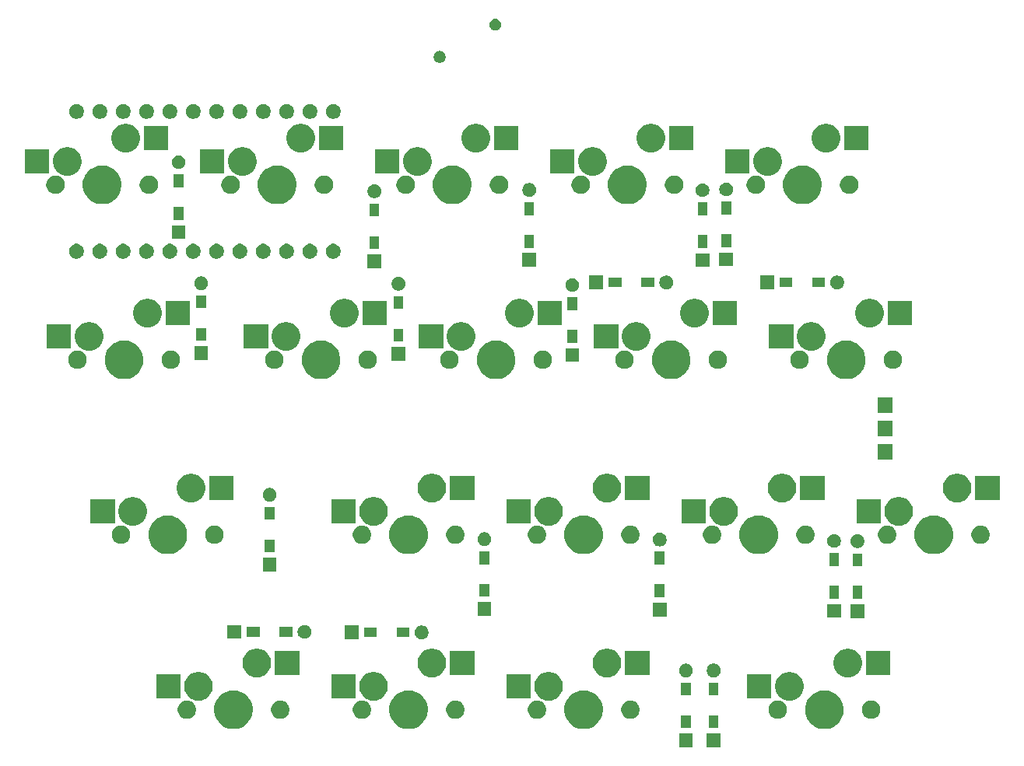
<source format=gbr>
G04 #@! TF.GenerationSoftware,KiCad,Pcbnew,(5.1.6-0-10_14)*
G04 #@! TF.CreationDate,2022-05-16T21:02:00+09:00*
G04 #@! TF.ProjectId,cool936,636f6f6c-3933-4362-9e6b-696361645f70,rev?*
G04 #@! TF.SameCoordinates,Original*
G04 #@! TF.FileFunction,Soldermask,Bot*
G04 #@! TF.FilePolarity,Negative*
%FSLAX46Y46*%
G04 Gerber Fmt 4.6, Leading zero omitted, Abs format (unit mm)*
G04 Created by KiCad (PCBNEW (5.1.6-0-10_14)) date 2022-05-16 21:02:00*
%MOMM*%
%LPD*%
G01*
G04 APERTURE LIST*
%ADD10C,0.100000*%
G04 APERTURE END LIST*
D10*
G36*
X95849500Y-61239500D02*
G01*
X94350500Y-61239500D01*
X94350500Y-59740500D01*
X95849500Y-59740500D01*
X95849500Y-61239500D01*
G37*
G36*
X92839500Y-61239500D02*
G01*
X91340500Y-61239500D01*
X91340500Y-59740500D01*
X92839500Y-59740500D01*
X92839500Y-61239500D01*
G37*
G36*
X62390036Y-55102827D02*
G01*
X62525339Y-55129740D01*
X62907697Y-55288118D01*
X63251810Y-55518047D01*
X63544453Y-55810690D01*
X63774382Y-56154803D01*
X63922297Y-56511900D01*
X63932760Y-56537162D01*
X64013500Y-56943068D01*
X64013500Y-57356932D01*
X63960347Y-57624149D01*
X63932760Y-57762839D01*
X63774382Y-58145197D01*
X63544453Y-58489310D01*
X63251810Y-58781953D01*
X62907697Y-59011882D01*
X62525339Y-59170260D01*
X62390036Y-59197173D01*
X62119432Y-59251000D01*
X61705568Y-59251000D01*
X61434964Y-59197173D01*
X61299661Y-59170260D01*
X60917303Y-59011882D01*
X60573190Y-58781953D01*
X60280547Y-58489310D01*
X60050618Y-58145197D01*
X59892240Y-57762839D01*
X59864653Y-57624149D01*
X59811500Y-57356932D01*
X59811500Y-56943068D01*
X59892240Y-56537162D01*
X59902704Y-56511900D01*
X60050618Y-56154803D01*
X60280547Y-55810690D01*
X60573190Y-55518047D01*
X60917303Y-55288118D01*
X61299661Y-55129740D01*
X61434964Y-55102827D01*
X61705568Y-55049000D01*
X62119432Y-55049000D01*
X62390036Y-55102827D01*
G37*
G36*
X43340036Y-55102827D02*
G01*
X43475339Y-55129740D01*
X43857697Y-55288118D01*
X44201810Y-55518047D01*
X44494453Y-55810690D01*
X44724382Y-56154803D01*
X44872297Y-56511900D01*
X44882760Y-56537162D01*
X44963500Y-56943068D01*
X44963500Y-57356932D01*
X44910347Y-57624149D01*
X44882760Y-57762839D01*
X44724382Y-58145197D01*
X44494453Y-58489310D01*
X44201810Y-58781953D01*
X43857697Y-59011882D01*
X43475339Y-59170260D01*
X43340036Y-59197173D01*
X43069432Y-59251000D01*
X42655568Y-59251000D01*
X42384964Y-59197173D01*
X42249661Y-59170260D01*
X41867303Y-59011882D01*
X41523190Y-58781953D01*
X41230547Y-58489310D01*
X41000618Y-58145197D01*
X40842240Y-57762839D01*
X40814653Y-57624149D01*
X40761500Y-57356932D01*
X40761500Y-56943068D01*
X40842240Y-56537162D01*
X40852704Y-56511900D01*
X41000618Y-56154803D01*
X41230547Y-55810690D01*
X41523190Y-55518047D01*
X41867303Y-55288118D01*
X42249661Y-55129740D01*
X42384964Y-55102827D01*
X42655568Y-55049000D01*
X43069432Y-55049000D01*
X43340036Y-55102827D01*
G37*
G36*
X81440036Y-55102827D02*
G01*
X81575339Y-55129740D01*
X81957697Y-55288118D01*
X82301810Y-55518047D01*
X82594453Y-55810690D01*
X82824382Y-56154803D01*
X82972297Y-56511900D01*
X82982760Y-56537162D01*
X83063500Y-56943068D01*
X83063500Y-57356932D01*
X83010347Y-57624149D01*
X82982760Y-57762839D01*
X82824382Y-58145197D01*
X82594453Y-58489310D01*
X82301810Y-58781953D01*
X81957697Y-59011882D01*
X81575339Y-59170260D01*
X81440036Y-59197173D01*
X81169432Y-59251000D01*
X80755568Y-59251000D01*
X80484964Y-59197173D01*
X80349661Y-59170260D01*
X79967303Y-59011882D01*
X79623190Y-58781953D01*
X79330547Y-58489310D01*
X79100618Y-58145197D01*
X78942240Y-57762839D01*
X78914653Y-57624149D01*
X78861500Y-57356932D01*
X78861500Y-56943068D01*
X78942240Y-56537162D01*
X78952704Y-56511900D01*
X79100618Y-56154803D01*
X79330547Y-55810690D01*
X79623190Y-55518047D01*
X79967303Y-55288118D01*
X80349661Y-55129740D01*
X80484964Y-55102827D01*
X80755568Y-55049000D01*
X81169432Y-55049000D01*
X81440036Y-55102827D01*
G37*
G36*
X107634036Y-55102827D02*
G01*
X107769339Y-55129740D01*
X108151697Y-55288118D01*
X108495810Y-55518047D01*
X108788453Y-55810690D01*
X109018382Y-56154803D01*
X109166297Y-56511900D01*
X109176760Y-56537162D01*
X109257500Y-56943068D01*
X109257500Y-57356932D01*
X109204347Y-57624149D01*
X109176760Y-57762839D01*
X109018382Y-58145197D01*
X108788453Y-58489310D01*
X108495810Y-58781953D01*
X108151697Y-59011882D01*
X107769339Y-59170260D01*
X107634036Y-59197173D01*
X107363432Y-59251000D01*
X106949568Y-59251000D01*
X106678964Y-59197173D01*
X106543661Y-59170260D01*
X106161303Y-59011882D01*
X105817190Y-58781953D01*
X105524547Y-58489310D01*
X105294618Y-58145197D01*
X105136240Y-57762839D01*
X105108653Y-57624149D01*
X105055500Y-57356932D01*
X105055500Y-56943068D01*
X105136240Y-56537162D01*
X105146704Y-56511900D01*
X105294618Y-56154803D01*
X105524547Y-55810690D01*
X105817190Y-55518047D01*
X106161303Y-55288118D01*
X106543661Y-55129740D01*
X106678964Y-55102827D01*
X106949568Y-55049000D01*
X107363432Y-55049000D01*
X107634036Y-55102827D01*
G37*
G36*
X95626000Y-59156000D02*
G01*
X94574000Y-59156000D01*
X94574000Y-57754000D01*
X95626000Y-57754000D01*
X95626000Y-59156000D01*
G37*
G36*
X92616000Y-59156000D02*
G01*
X91564000Y-59156000D01*
X91564000Y-57754000D01*
X92616000Y-57754000D01*
X92616000Y-59156000D01*
G37*
G36*
X56960264Y-56154803D02*
G01*
X57124481Y-56187468D01*
X57306651Y-56262926D01*
X57470600Y-56372473D01*
X57610027Y-56511900D01*
X57719574Y-56675849D01*
X57795032Y-56858019D01*
X57833500Y-57051410D01*
X57833500Y-57248590D01*
X57795032Y-57441981D01*
X57719574Y-57624151D01*
X57610027Y-57788100D01*
X57470600Y-57927527D01*
X57306651Y-58037074D01*
X57124481Y-58112532D01*
X57027785Y-58131766D01*
X56931091Y-58151000D01*
X56733909Y-58151000D01*
X56637215Y-58131766D01*
X56540519Y-58112532D01*
X56358349Y-58037074D01*
X56194400Y-57927527D01*
X56054973Y-57788100D01*
X55945426Y-57624151D01*
X55869968Y-57441981D01*
X55831500Y-57248590D01*
X55831500Y-57051410D01*
X55869968Y-56858019D01*
X55945426Y-56675849D01*
X56054973Y-56511900D01*
X56194400Y-56372473D01*
X56358349Y-56262926D01*
X56540519Y-56187468D01*
X56704736Y-56154803D01*
X56733909Y-56149000D01*
X56931091Y-56149000D01*
X56960264Y-56154803D01*
G37*
G36*
X48070264Y-56154803D02*
G01*
X48234481Y-56187468D01*
X48416651Y-56262926D01*
X48580600Y-56372473D01*
X48720027Y-56511900D01*
X48829574Y-56675849D01*
X48905032Y-56858019D01*
X48943500Y-57051410D01*
X48943500Y-57248590D01*
X48905032Y-57441981D01*
X48829574Y-57624151D01*
X48720027Y-57788100D01*
X48580600Y-57927527D01*
X48416651Y-58037074D01*
X48234481Y-58112532D01*
X48137785Y-58131766D01*
X48041091Y-58151000D01*
X47843909Y-58151000D01*
X47747215Y-58131766D01*
X47650519Y-58112532D01*
X47468349Y-58037074D01*
X47304400Y-57927527D01*
X47164973Y-57788100D01*
X47055426Y-57624151D01*
X46979968Y-57441981D01*
X46941500Y-57248590D01*
X46941500Y-57051410D01*
X46979968Y-56858019D01*
X47055426Y-56675849D01*
X47164973Y-56511900D01*
X47304400Y-56372473D01*
X47468349Y-56262926D01*
X47650519Y-56187468D01*
X47814736Y-56154803D01*
X47843909Y-56149000D01*
X48041091Y-56149000D01*
X48070264Y-56154803D01*
G37*
G36*
X37910264Y-56154803D02*
G01*
X38074481Y-56187468D01*
X38256651Y-56262926D01*
X38420600Y-56372473D01*
X38560027Y-56511900D01*
X38669574Y-56675849D01*
X38745032Y-56858019D01*
X38783500Y-57051410D01*
X38783500Y-57248590D01*
X38745032Y-57441981D01*
X38669574Y-57624151D01*
X38560027Y-57788100D01*
X38420600Y-57927527D01*
X38256651Y-58037074D01*
X38074481Y-58112532D01*
X37977785Y-58131766D01*
X37881091Y-58151000D01*
X37683909Y-58151000D01*
X37587215Y-58131766D01*
X37490519Y-58112532D01*
X37308349Y-58037074D01*
X37144400Y-57927527D01*
X37004973Y-57788100D01*
X36895426Y-57624151D01*
X36819968Y-57441981D01*
X36781500Y-57248590D01*
X36781500Y-57051410D01*
X36819968Y-56858019D01*
X36895426Y-56675849D01*
X37004973Y-56511900D01*
X37144400Y-56372473D01*
X37308349Y-56262926D01*
X37490519Y-56187468D01*
X37654736Y-56154803D01*
X37683909Y-56149000D01*
X37881091Y-56149000D01*
X37910264Y-56154803D01*
G37*
G36*
X76010264Y-56154803D02*
G01*
X76174481Y-56187468D01*
X76356651Y-56262926D01*
X76520600Y-56372473D01*
X76660027Y-56511900D01*
X76769574Y-56675849D01*
X76845032Y-56858019D01*
X76883500Y-57051410D01*
X76883500Y-57248590D01*
X76845032Y-57441981D01*
X76769574Y-57624151D01*
X76660027Y-57788100D01*
X76520600Y-57927527D01*
X76356651Y-58037074D01*
X76174481Y-58112532D01*
X76077785Y-58131766D01*
X75981091Y-58151000D01*
X75783909Y-58151000D01*
X75687215Y-58131766D01*
X75590519Y-58112532D01*
X75408349Y-58037074D01*
X75244400Y-57927527D01*
X75104973Y-57788100D01*
X74995426Y-57624151D01*
X74919968Y-57441981D01*
X74881500Y-57248590D01*
X74881500Y-57051410D01*
X74919968Y-56858019D01*
X74995426Y-56675849D01*
X75104973Y-56511900D01*
X75244400Y-56372473D01*
X75408349Y-56262926D01*
X75590519Y-56187468D01*
X75754736Y-56154803D01*
X75783909Y-56149000D01*
X75981091Y-56149000D01*
X76010264Y-56154803D01*
G37*
G36*
X86170264Y-56154803D02*
G01*
X86334481Y-56187468D01*
X86516651Y-56262926D01*
X86680600Y-56372473D01*
X86820027Y-56511900D01*
X86929574Y-56675849D01*
X87005032Y-56858019D01*
X87043500Y-57051410D01*
X87043500Y-57248590D01*
X87005032Y-57441981D01*
X86929574Y-57624151D01*
X86820027Y-57788100D01*
X86680600Y-57927527D01*
X86516651Y-58037074D01*
X86334481Y-58112532D01*
X86237785Y-58131766D01*
X86141091Y-58151000D01*
X85943909Y-58151000D01*
X85847215Y-58131766D01*
X85750519Y-58112532D01*
X85568349Y-58037074D01*
X85404400Y-57927527D01*
X85264973Y-57788100D01*
X85155426Y-57624151D01*
X85079968Y-57441981D01*
X85041500Y-57248590D01*
X85041500Y-57051410D01*
X85079968Y-56858019D01*
X85155426Y-56675849D01*
X85264973Y-56511900D01*
X85404400Y-56372473D01*
X85568349Y-56262926D01*
X85750519Y-56187468D01*
X85914736Y-56154803D01*
X85943909Y-56149000D01*
X86141091Y-56149000D01*
X86170264Y-56154803D01*
G37*
G36*
X67120264Y-56154803D02*
G01*
X67284481Y-56187468D01*
X67466651Y-56262926D01*
X67630600Y-56372473D01*
X67770027Y-56511900D01*
X67879574Y-56675849D01*
X67955032Y-56858019D01*
X67993500Y-57051410D01*
X67993500Y-57248590D01*
X67955032Y-57441981D01*
X67879574Y-57624151D01*
X67770027Y-57788100D01*
X67630600Y-57927527D01*
X67466651Y-58037074D01*
X67284481Y-58112532D01*
X67187785Y-58131766D01*
X67091091Y-58151000D01*
X66893909Y-58151000D01*
X66797215Y-58131766D01*
X66700519Y-58112532D01*
X66518349Y-58037074D01*
X66354400Y-57927527D01*
X66214973Y-57788100D01*
X66105426Y-57624151D01*
X66029968Y-57441981D01*
X65991500Y-57248590D01*
X65991500Y-57051410D01*
X66029968Y-56858019D01*
X66105426Y-56675849D01*
X66214973Y-56511900D01*
X66354400Y-56372473D01*
X66518349Y-56262926D01*
X66700519Y-56187468D01*
X66864736Y-56154803D01*
X66893909Y-56149000D01*
X67091091Y-56149000D01*
X67120264Y-56154803D01*
G37*
G36*
X102204264Y-56154803D02*
G01*
X102368481Y-56187468D01*
X102550651Y-56262926D01*
X102714600Y-56372473D01*
X102854027Y-56511900D01*
X102963574Y-56675849D01*
X103039032Y-56858019D01*
X103077500Y-57051410D01*
X103077500Y-57248590D01*
X103039032Y-57441981D01*
X102963574Y-57624151D01*
X102854027Y-57788100D01*
X102714600Y-57927527D01*
X102550651Y-58037074D01*
X102368481Y-58112532D01*
X102271785Y-58131766D01*
X102175091Y-58151000D01*
X101977909Y-58151000D01*
X101881215Y-58131766D01*
X101784519Y-58112532D01*
X101602349Y-58037074D01*
X101438400Y-57927527D01*
X101298973Y-57788100D01*
X101189426Y-57624151D01*
X101113968Y-57441981D01*
X101075500Y-57248590D01*
X101075500Y-57051410D01*
X101113968Y-56858019D01*
X101189426Y-56675849D01*
X101298973Y-56511900D01*
X101438400Y-56372473D01*
X101602349Y-56262926D01*
X101784519Y-56187468D01*
X101948736Y-56154803D01*
X101977909Y-56149000D01*
X102175091Y-56149000D01*
X102204264Y-56154803D01*
G37*
G36*
X112364264Y-56154803D02*
G01*
X112528481Y-56187468D01*
X112710651Y-56262926D01*
X112874600Y-56372473D01*
X113014027Y-56511900D01*
X113123574Y-56675849D01*
X113199032Y-56858019D01*
X113237500Y-57051410D01*
X113237500Y-57248590D01*
X113199032Y-57441981D01*
X113123574Y-57624151D01*
X113014027Y-57788100D01*
X112874600Y-57927527D01*
X112710651Y-58037074D01*
X112528481Y-58112532D01*
X112431785Y-58131766D01*
X112335091Y-58151000D01*
X112137909Y-58151000D01*
X112041215Y-58131766D01*
X111944519Y-58112532D01*
X111762349Y-58037074D01*
X111598400Y-57927527D01*
X111458973Y-57788100D01*
X111349426Y-57624151D01*
X111273968Y-57441981D01*
X111235500Y-57248590D01*
X111235500Y-57051410D01*
X111273968Y-56858019D01*
X111349426Y-56675849D01*
X111458973Y-56511900D01*
X111598400Y-56372473D01*
X111762349Y-56262926D01*
X111944519Y-56187468D01*
X112108736Y-56154803D01*
X112137909Y-56149000D01*
X112335091Y-56149000D01*
X112364264Y-56154803D01*
G37*
G36*
X103648170Y-53088620D02*
G01*
X103798910Y-53118604D01*
X104081174Y-53235521D01*
X104335205Y-53405259D01*
X104551241Y-53621295D01*
X104720979Y-53875326D01*
X104837896Y-54157590D01*
X104897500Y-54457240D01*
X104897500Y-54762760D01*
X104837896Y-55062410D01*
X104720979Y-55344674D01*
X104551241Y-55598705D01*
X104335205Y-55814741D01*
X104081174Y-55984479D01*
X103798910Y-56101396D01*
X103649085Y-56131198D01*
X103499261Y-56161000D01*
X103193739Y-56161000D01*
X103043915Y-56131198D01*
X102894090Y-56101396D01*
X102611826Y-55984479D01*
X102357795Y-55814741D01*
X102141759Y-55598705D01*
X101972021Y-55344674D01*
X101855104Y-55062410D01*
X101795500Y-54762760D01*
X101795500Y-54457240D01*
X101855104Y-54157590D01*
X101972021Y-53875326D01*
X102141759Y-53621295D01*
X102357795Y-53405259D01*
X102611826Y-53235521D01*
X102894090Y-53118604D01*
X103044830Y-53088620D01*
X103193739Y-53059000D01*
X103499261Y-53059000D01*
X103648170Y-53088620D01*
G37*
G36*
X77454170Y-53088620D02*
G01*
X77604910Y-53118604D01*
X77887174Y-53235521D01*
X78141205Y-53405259D01*
X78357241Y-53621295D01*
X78526979Y-53875326D01*
X78643896Y-54157590D01*
X78703500Y-54457240D01*
X78703500Y-54762760D01*
X78643896Y-55062410D01*
X78526979Y-55344674D01*
X78357241Y-55598705D01*
X78141205Y-55814741D01*
X77887174Y-55984479D01*
X77604910Y-56101396D01*
X77455085Y-56131198D01*
X77305261Y-56161000D01*
X76999739Y-56161000D01*
X76849915Y-56131198D01*
X76700090Y-56101396D01*
X76417826Y-55984479D01*
X76163795Y-55814741D01*
X75947759Y-55598705D01*
X75778021Y-55344674D01*
X75661104Y-55062410D01*
X75601500Y-54762760D01*
X75601500Y-54457240D01*
X75661104Y-54157590D01*
X75778021Y-53875326D01*
X75947759Y-53621295D01*
X76163795Y-53405259D01*
X76417826Y-53235521D01*
X76700090Y-53118604D01*
X76850830Y-53088620D01*
X76999739Y-53059000D01*
X77305261Y-53059000D01*
X77454170Y-53088620D01*
G37*
G36*
X58404170Y-53088620D02*
G01*
X58554910Y-53118604D01*
X58837174Y-53235521D01*
X59091205Y-53405259D01*
X59307241Y-53621295D01*
X59476979Y-53875326D01*
X59593896Y-54157590D01*
X59653500Y-54457240D01*
X59653500Y-54762760D01*
X59593896Y-55062410D01*
X59476979Y-55344674D01*
X59307241Y-55598705D01*
X59091205Y-55814741D01*
X58837174Y-55984479D01*
X58554910Y-56101396D01*
X58405085Y-56131198D01*
X58255261Y-56161000D01*
X57949739Y-56161000D01*
X57799915Y-56131198D01*
X57650090Y-56101396D01*
X57367826Y-55984479D01*
X57113795Y-55814741D01*
X56897759Y-55598705D01*
X56728021Y-55344674D01*
X56611104Y-55062410D01*
X56551500Y-54762760D01*
X56551500Y-54457240D01*
X56611104Y-54157590D01*
X56728021Y-53875326D01*
X56897759Y-53621295D01*
X57113795Y-53405259D01*
X57367826Y-53235521D01*
X57650090Y-53118604D01*
X57800830Y-53088620D01*
X57949739Y-53059000D01*
X58255261Y-53059000D01*
X58404170Y-53088620D01*
G37*
G36*
X39354170Y-53088620D02*
G01*
X39504910Y-53118604D01*
X39787174Y-53235521D01*
X40041205Y-53405259D01*
X40257241Y-53621295D01*
X40426979Y-53875326D01*
X40543896Y-54157590D01*
X40603500Y-54457240D01*
X40603500Y-54762760D01*
X40543896Y-55062410D01*
X40426979Y-55344674D01*
X40257241Y-55598705D01*
X40041205Y-55814741D01*
X39787174Y-55984479D01*
X39504910Y-56101396D01*
X39355085Y-56131198D01*
X39205261Y-56161000D01*
X38899739Y-56161000D01*
X38749915Y-56131198D01*
X38600090Y-56101396D01*
X38317826Y-55984479D01*
X38063795Y-55814741D01*
X37847759Y-55598705D01*
X37678021Y-55344674D01*
X37561104Y-55062410D01*
X37501500Y-54762760D01*
X37501500Y-54457240D01*
X37561104Y-54157590D01*
X37678021Y-53875326D01*
X37847759Y-53621295D01*
X38063795Y-53405259D01*
X38317826Y-53235521D01*
X38600090Y-53118604D01*
X38750830Y-53088620D01*
X38899739Y-53059000D01*
X39205261Y-53059000D01*
X39354170Y-53088620D01*
G37*
G36*
X101397500Y-55911000D02*
G01*
X98745500Y-55911000D01*
X98745500Y-53309000D01*
X101397500Y-53309000D01*
X101397500Y-55911000D01*
G37*
G36*
X75203500Y-55911000D02*
G01*
X72551500Y-55911000D01*
X72551500Y-53309000D01*
X75203500Y-53309000D01*
X75203500Y-55911000D01*
G37*
G36*
X37103500Y-55911000D02*
G01*
X34451500Y-55911000D01*
X34451500Y-53309000D01*
X37103500Y-53309000D01*
X37103500Y-55911000D01*
G37*
G36*
X56153500Y-55911000D02*
G01*
X53501500Y-55911000D01*
X53501500Y-53309000D01*
X56153500Y-53309000D01*
X56153500Y-55911000D01*
G37*
G36*
X92616000Y-55606000D02*
G01*
X91564000Y-55606000D01*
X91564000Y-54204000D01*
X92616000Y-54204000D01*
X92616000Y-55606000D01*
G37*
G36*
X95626000Y-55606000D02*
G01*
X94574000Y-55606000D01*
X94574000Y-54204000D01*
X95626000Y-54204000D01*
X95626000Y-55606000D01*
G37*
G36*
X109999085Y-50548802D02*
G01*
X110148910Y-50578604D01*
X110431174Y-50695521D01*
X110685205Y-50865259D01*
X110901241Y-51081295D01*
X111070979Y-51335326D01*
X111187896Y-51617590D01*
X111247500Y-51917240D01*
X111247500Y-52222760D01*
X111187896Y-52522410D01*
X111070979Y-52804674D01*
X110901241Y-53058705D01*
X110685205Y-53274741D01*
X110431174Y-53444479D01*
X110148910Y-53561396D01*
X110001604Y-53590697D01*
X109849261Y-53621000D01*
X109543739Y-53621000D01*
X109391396Y-53590697D01*
X109244090Y-53561396D01*
X108961826Y-53444479D01*
X108707795Y-53274741D01*
X108491759Y-53058705D01*
X108322021Y-52804674D01*
X108205104Y-52522410D01*
X108145500Y-52222760D01*
X108145500Y-51917240D01*
X108205104Y-51617590D01*
X108322021Y-51335326D01*
X108491759Y-51081295D01*
X108707795Y-50865259D01*
X108961826Y-50695521D01*
X109244090Y-50578604D01*
X109393915Y-50548802D01*
X109543739Y-50519000D01*
X109849261Y-50519000D01*
X109999085Y-50548802D01*
G37*
G36*
X83805085Y-50548802D02*
G01*
X83954910Y-50578604D01*
X84237174Y-50695521D01*
X84491205Y-50865259D01*
X84707241Y-51081295D01*
X84876979Y-51335326D01*
X84993896Y-51617590D01*
X85053500Y-51917240D01*
X85053500Y-52222760D01*
X84993896Y-52522410D01*
X84876979Y-52804674D01*
X84707241Y-53058705D01*
X84491205Y-53274741D01*
X84237174Y-53444479D01*
X83954910Y-53561396D01*
X83807604Y-53590697D01*
X83655261Y-53621000D01*
X83349739Y-53621000D01*
X83197396Y-53590697D01*
X83050090Y-53561396D01*
X82767826Y-53444479D01*
X82513795Y-53274741D01*
X82297759Y-53058705D01*
X82128021Y-52804674D01*
X82011104Y-52522410D01*
X81951500Y-52222760D01*
X81951500Y-51917240D01*
X82011104Y-51617590D01*
X82128021Y-51335326D01*
X82297759Y-51081295D01*
X82513795Y-50865259D01*
X82767826Y-50695521D01*
X83050090Y-50578604D01*
X83199915Y-50548802D01*
X83349739Y-50519000D01*
X83655261Y-50519000D01*
X83805085Y-50548802D01*
G37*
G36*
X64755085Y-50548802D02*
G01*
X64904910Y-50578604D01*
X65187174Y-50695521D01*
X65441205Y-50865259D01*
X65657241Y-51081295D01*
X65826979Y-51335326D01*
X65943896Y-51617590D01*
X66003500Y-51917240D01*
X66003500Y-52222760D01*
X65943896Y-52522410D01*
X65826979Y-52804674D01*
X65657241Y-53058705D01*
X65441205Y-53274741D01*
X65187174Y-53444479D01*
X64904910Y-53561396D01*
X64757604Y-53590697D01*
X64605261Y-53621000D01*
X64299739Y-53621000D01*
X64147396Y-53590697D01*
X64000090Y-53561396D01*
X63717826Y-53444479D01*
X63463795Y-53274741D01*
X63247759Y-53058705D01*
X63078021Y-52804674D01*
X62961104Y-52522410D01*
X62901500Y-52222760D01*
X62901500Y-51917240D01*
X62961104Y-51617590D01*
X63078021Y-51335326D01*
X63247759Y-51081295D01*
X63463795Y-50865259D01*
X63717826Y-50695521D01*
X64000090Y-50578604D01*
X64149915Y-50548802D01*
X64299739Y-50519000D01*
X64605261Y-50519000D01*
X64755085Y-50548802D01*
G37*
G36*
X45705085Y-50548802D02*
G01*
X45854910Y-50578604D01*
X46137174Y-50695521D01*
X46391205Y-50865259D01*
X46607241Y-51081295D01*
X46776979Y-51335326D01*
X46893896Y-51617590D01*
X46953500Y-51917240D01*
X46953500Y-52222760D01*
X46893896Y-52522410D01*
X46776979Y-52804674D01*
X46607241Y-53058705D01*
X46391205Y-53274741D01*
X46137174Y-53444479D01*
X45854910Y-53561396D01*
X45707604Y-53590697D01*
X45555261Y-53621000D01*
X45249739Y-53621000D01*
X45097396Y-53590697D01*
X44950090Y-53561396D01*
X44667826Y-53444479D01*
X44413795Y-53274741D01*
X44197759Y-53058705D01*
X44028021Y-52804674D01*
X43911104Y-52522410D01*
X43851500Y-52222760D01*
X43851500Y-51917240D01*
X43911104Y-51617590D01*
X44028021Y-51335326D01*
X44197759Y-51081295D01*
X44413795Y-50865259D01*
X44667826Y-50695521D01*
X44950090Y-50578604D01*
X45099915Y-50548802D01*
X45249739Y-50519000D01*
X45555261Y-50519000D01*
X45705085Y-50548802D01*
G37*
G36*
X95194425Y-52124599D02*
G01*
X95318621Y-52149302D01*
X95455022Y-52205801D01*
X95577779Y-52287825D01*
X95682175Y-52392221D01*
X95764199Y-52514978D01*
X95820698Y-52651379D01*
X95849500Y-52796181D01*
X95849500Y-52943819D01*
X95820698Y-53088621D01*
X95764199Y-53225022D01*
X95682175Y-53347779D01*
X95577779Y-53452175D01*
X95455022Y-53534199D01*
X95318621Y-53590698D01*
X95194425Y-53615401D01*
X95173820Y-53619500D01*
X95026180Y-53619500D01*
X95005575Y-53615401D01*
X94881379Y-53590698D01*
X94744978Y-53534199D01*
X94622221Y-53452175D01*
X94517825Y-53347779D01*
X94435801Y-53225022D01*
X94379302Y-53088621D01*
X94350500Y-52943819D01*
X94350500Y-52796181D01*
X94379302Y-52651379D01*
X94435801Y-52514978D01*
X94517825Y-52392221D01*
X94622221Y-52287825D01*
X94744978Y-52205801D01*
X94881379Y-52149302D01*
X95005575Y-52124599D01*
X95026180Y-52120500D01*
X95173820Y-52120500D01*
X95194425Y-52124599D01*
G37*
G36*
X92184425Y-52124599D02*
G01*
X92308621Y-52149302D01*
X92445022Y-52205801D01*
X92567779Y-52287825D01*
X92672175Y-52392221D01*
X92754199Y-52514978D01*
X92810698Y-52651379D01*
X92839500Y-52796181D01*
X92839500Y-52943819D01*
X92810698Y-53088621D01*
X92754199Y-53225022D01*
X92672175Y-53347779D01*
X92567779Y-53452175D01*
X92445022Y-53534199D01*
X92308621Y-53590698D01*
X92184425Y-53615401D01*
X92163820Y-53619500D01*
X92016180Y-53619500D01*
X91995575Y-53615401D01*
X91871379Y-53590698D01*
X91734978Y-53534199D01*
X91612221Y-53452175D01*
X91507825Y-53347779D01*
X91425801Y-53225022D01*
X91369302Y-53088621D01*
X91340500Y-52943819D01*
X91340500Y-52796181D01*
X91369302Y-52651379D01*
X91425801Y-52514978D01*
X91507825Y-52392221D01*
X91612221Y-52287825D01*
X91734978Y-52205801D01*
X91871379Y-52149302D01*
X91995575Y-52124599D01*
X92016180Y-52120500D01*
X92163820Y-52120500D01*
X92184425Y-52124599D01*
G37*
G36*
X88130500Y-53371000D02*
G01*
X85478500Y-53371000D01*
X85478500Y-50769000D01*
X88130500Y-50769000D01*
X88130500Y-53371000D01*
G37*
G36*
X50030500Y-53371000D02*
G01*
X47378500Y-53371000D01*
X47378500Y-50769000D01*
X50030500Y-50769000D01*
X50030500Y-53371000D01*
G37*
G36*
X69080500Y-53371000D02*
G01*
X66428500Y-53371000D01*
X66428500Y-50769000D01*
X69080500Y-50769000D01*
X69080500Y-53371000D01*
G37*
G36*
X114324500Y-53371000D02*
G01*
X111672500Y-53371000D01*
X111672500Y-50769000D01*
X114324500Y-50769000D01*
X114324500Y-53371000D01*
G37*
G36*
X56469500Y-49479500D02*
G01*
X54970500Y-49479500D01*
X54970500Y-47980500D01*
X56469500Y-47980500D01*
X56469500Y-49479500D01*
G37*
G36*
X63434425Y-47984599D02*
G01*
X63558621Y-48009302D01*
X63695022Y-48065801D01*
X63817779Y-48147825D01*
X63922175Y-48252221D01*
X64004199Y-48374978D01*
X64060698Y-48511379D01*
X64089500Y-48656181D01*
X64089500Y-48803819D01*
X64060698Y-48948621D01*
X64004199Y-49085022D01*
X63922175Y-49207779D01*
X63817779Y-49312175D01*
X63695022Y-49394199D01*
X63558621Y-49450698D01*
X63434425Y-49475401D01*
X63413820Y-49479500D01*
X63266180Y-49479500D01*
X63245575Y-49475401D01*
X63121379Y-49450698D01*
X62984978Y-49394199D01*
X62862221Y-49312175D01*
X62757825Y-49207779D01*
X62675801Y-49085022D01*
X62619302Y-48948621D01*
X62590500Y-48803819D01*
X62590500Y-48656181D01*
X62619302Y-48511379D01*
X62675801Y-48374978D01*
X62757825Y-48252221D01*
X62862221Y-48147825D01*
X62984978Y-48065801D01*
X63121379Y-48009302D01*
X63245575Y-47984599D01*
X63266180Y-47980500D01*
X63413820Y-47980500D01*
X63434425Y-47984599D01*
G37*
G36*
X50684425Y-47914599D02*
G01*
X50808621Y-47939302D01*
X50945022Y-47995801D01*
X51067779Y-48077825D01*
X51172175Y-48182221D01*
X51254199Y-48304978D01*
X51310698Y-48441379D01*
X51339500Y-48586181D01*
X51339500Y-48733819D01*
X51310698Y-48878621D01*
X51254199Y-49015022D01*
X51172175Y-49137779D01*
X51067779Y-49242175D01*
X50945022Y-49324199D01*
X50808621Y-49380698D01*
X50684425Y-49405401D01*
X50663820Y-49409500D01*
X50516180Y-49409500D01*
X50495575Y-49405401D01*
X50371379Y-49380698D01*
X50234978Y-49324199D01*
X50112221Y-49242175D01*
X50007825Y-49137779D01*
X49925801Y-49015022D01*
X49869302Y-48878621D01*
X49840500Y-48733819D01*
X49840500Y-48586181D01*
X49869302Y-48441379D01*
X49925801Y-48304978D01*
X50007825Y-48182221D01*
X50112221Y-48077825D01*
X50234978Y-47995801D01*
X50371379Y-47939302D01*
X50495575Y-47914599D01*
X50516180Y-47910500D01*
X50663820Y-47910500D01*
X50684425Y-47914599D01*
G37*
G36*
X43719500Y-49409500D02*
G01*
X42220500Y-49409500D01*
X42220500Y-47910500D01*
X43719500Y-47910500D01*
X43719500Y-49409500D01*
G37*
G36*
X58456000Y-49256000D02*
G01*
X57054000Y-49256000D01*
X57054000Y-48204000D01*
X58456000Y-48204000D01*
X58456000Y-49256000D01*
G37*
G36*
X62006000Y-49256000D02*
G01*
X60604000Y-49256000D01*
X60604000Y-48204000D01*
X62006000Y-48204000D01*
X62006000Y-49256000D01*
G37*
G36*
X49256000Y-49186000D02*
G01*
X47854000Y-49186000D01*
X47854000Y-48134000D01*
X49256000Y-48134000D01*
X49256000Y-49186000D01*
G37*
G36*
X45706000Y-49186000D02*
G01*
X44304000Y-49186000D01*
X44304000Y-48134000D01*
X45706000Y-48134000D01*
X45706000Y-49186000D01*
G37*
G36*
X111499500Y-47159500D02*
G01*
X110000500Y-47159500D01*
X110000500Y-45660500D01*
X111499500Y-45660500D01*
X111499500Y-47159500D01*
G37*
G36*
X108969500Y-47129500D02*
G01*
X107470500Y-47129500D01*
X107470500Y-45630500D01*
X108969500Y-45630500D01*
X108969500Y-47129500D01*
G37*
G36*
X89979500Y-46979500D02*
G01*
X88480500Y-46979500D01*
X88480500Y-45480500D01*
X89979500Y-45480500D01*
X89979500Y-46979500D01*
G37*
G36*
X70909500Y-46939500D02*
G01*
X69410500Y-46939500D01*
X69410500Y-45440500D01*
X70909500Y-45440500D01*
X70909500Y-46939500D01*
G37*
G36*
X111276000Y-45076000D02*
G01*
X110224000Y-45076000D01*
X110224000Y-43674000D01*
X111276000Y-43674000D01*
X111276000Y-45076000D01*
G37*
G36*
X108746000Y-45046000D02*
G01*
X107694000Y-45046000D01*
X107694000Y-43644000D01*
X108746000Y-43644000D01*
X108746000Y-45046000D01*
G37*
G36*
X89756000Y-44896000D02*
G01*
X88704000Y-44896000D01*
X88704000Y-43494000D01*
X89756000Y-43494000D01*
X89756000Y-44896000D01*
G37*
G36*
X70686000Y-44856000D02*
G01*
X69634000Y-44856000D01*
X69634000Y-43454000D01*
X70686000Y-43454000D01*
X70686000Y-44856000D01*
G37*
G36*
X47539500Y-42099500D02*
G01*
X46040500Y-42099500D01*
X46040500Y-40600500D01*
X47539500Y-40600500D01*
X47539500Y-42099500D01*
G37*
G36*
X111276000Y-41526000D02*
G01*
X110224000Y-41526000D01*
X110224000Y-40124000D01*
X111276000Y-40124000D01*
X111276000Y-41526000D01*
G37*
G36*
X108746000Y-41496000D02*
G01*
X107694000Y-41496000D01*
X107694000Y-40094000D01*
X108746000Y-40094000D01*
X108746000Y-41496000D01*
G37*
G36*
X89756000Y-41346000D02*
G01*
X88704000Y-41346000D01*
X88704000Y-39944000D01*
X89756000Y-39944000D01*
X89756000Y-41346000D01*
G37*
G36*
X70686000Y-41306000D02*
G01*
X69634000Y-41306000D01*
X69634000Y-39904000D01*
X70686000Y-39904000D01*
X70686000Y-41306000D01*
G37*
G36*
X81440036Y-36052827D02*
G01*
X81575339Y-36079740D01*
X81957697Y-36238118D01*
X82042336Y-36294672D01*
X82298747Y-36466000D01*
X82301810Y-36468047D01*
X82594453Y-36760690D01*
X82824382Y-37104803D01*
X82972297Y-37461900D01*
X82982760Y-37487162D01*
X83063500Y-37893068D01*
X83063500Y-38306932D01*
X83043997Y-38404978D01*
X82982760Y-38712839D01*
X82914544Y-38877527D01*
X82844025Y-39047776D01*
X82824382Y-39095197D01*
X82759583Y-39192175D01*
X82647781Y-39359500D01*
X82594453Y-39439310D01*
X82301810Y-39731953D01*
X81957697Y-39961882D01*
X81575339Y-40120260D01*
X81440036Y-40147173D01*
X81169432Y-40201000D01*
X80755568Y-40201000D01*
X80484964Y-40147173D01*
X80349661Y-40120260D01*
X79967303Y-39961882D01*
X79623190Y-39731953D01*
X79330547Y-39439310D01*
X79277220Y-39359500D01*
X79165417Y-39192175D01*
X79100618Y-39095197D01*
X79080976Y-39047776D01*
X79010456Y-38877527D01*
X78942240Y-38712839D01*
X78881003Y-38404978D01*
X78861500Y-38306932D01*
X78861500Y-37893068D01*
X78942240Y-37487162D01*
X78952704Y-37461900D01*
X79100618Y-37104803D01*
X79330547Y-36760690D01*
X79623190Y-36468047D01*
X79626254Y-36466000D01*
X79882664Y-36294672D01*
X79967303Y-36238118D01*
X80349661Y-36079740D01*
X80484964Y-36052827D01*
X80755568Y-35999000D01*
X81169432Y-35999000D01*
X81440036Y-36052827D01*
G37*
G36*
X100490036Y-36052827D02*
G01*
X100625339Y-36079740D01*
X101007697Y-36238118D01*
X101092336Y-36294672D01*
X101348747Y-36466000D01*
X101351810Y-36468047D01*
X101644453Y-36760690D01*
X101874382Y-37104803D01*
X102022297Y-37461900D01*
X102032760Y-37487162D01*
X102113500Y-37893068D01*
X102113500Y-38306932D01*
X102093997Y-38404978D01*
X102032760Y-38712839D01*
X101964544Y-38877527D01*
X101894025Y-39047776D01*
X101874382Y-39095197D01*
X101809583Y-39192175D01*
X101697781Y-39359500D01*
X101644453Y-39439310D01*
X101351810Y-39731953D01*
X101007697Y-39961882D01*
X100625339Y-40120260D01*
X100490036Y-40147173D01*
X100219432Y-40201000D01*
X99805568Y-40201000D01*
X99534964Y-40147173D01*
X99399661Y-40120260D01*
X99017303Y-39961882D01*
X98673190Y-39731953D01*
X98380547Y-39439310D01*
X98327220Y-39359500D01*
X98215417Y-39192175D01*
X98150618Y-39095197D01*
X98130976Y-39047776D01*
X98060456Y-38877527D01*
X97992240Y-38712839D01*
X97931003Y-38404978D01*
X97911500Y-38306932D01*
X97911500Y-37893068D01*
X97992240Y-37487162D01*
X98002704Y-37461900D01*
X98150618Y-37104803D01*
X98380547Y-36760690D01*
X98673190Y-36468047D01*
X98676254Y-36466000D01*
X98932664Y-36294672D01*
X99017303Y-36238118D01*
X99399661Y-36079740D01*
X99534964Y-36052827D01*
X99805568Y-35999000D01*
X100219432Y-35999000D01*
X100490036Y-36052827D01*
G37*
G36*
X36196536Y-36052827D02*
G01*
X36331839Y-36079740D01*
X36714197Y-36238118D01*
X36798836Y-36294672D01*
X37055247Y-36466000D01*
X37058310Y-36468047D01*
X37350953Y-36760690D01*
X37580882Y-37104803D01*
X37728797Y-37461900D01*
X37739260Y-37487162D01*
X37820000Y-37893068D01*
X37820000Y-38306932D01*
X37800497Y-38404978D01*
X37739260Y-38712839D01*
X37671044Y-38877527D01*
X37600525Y-39047776D01*
X37580882Y-39095197D01*
X37516083Y-39192175D01*
X37404281Y-39359500D01*
X37350953Y-39439310D01*
X37058310Y-39731953D01*
X36714197Y-39961882D01*
X36331839Y-40120260D01*
X36196536Y-40147173D01*
X35925932Y-40201000D01*
X35512068Y-40201000D01*
X35241464Y-40147173D01*
X35106161Y-40120260D01*
X34723803Y-39961882D01*
X34379690Y-39731953D01*
X34087047Y-39439310D01*
X34033720Y-39359500D01*
X33921917Y-39192175D01*
X33857118Y-39095197D01*
X33837476Y-39047776D01*
X33766956Y-38877527D01*
X33698740Y-38712839D01*
X33637503Y-38404978D01*
X33618000Y-38306932D01*
X33618000Y-37893068D01*
X33698740Y-37487162D01*
X33709204Y-37461900D01*
X33857118Y-37104803D01*
X34087047Y-36760690D01*
X34379690Y-36468047D01*
X34382754Y-36466000D01*
X34639164Y-36294672D01*
X34723803Y-36238118D01*
X35106161Y-36079740D01*
X35241464Y-36052827D01*
X35512068Y-35999000D01*
X35925932Y-35999000D01*
X36196536Y-36052827D01*
G37*
G36*
X62390036Y-36052827D02*
G01*
X62525339Y-36079740D01*
X62907697Y-36238118D01*
X62992336Y-36294672D01*
X63248747Y-36466000D01*
X63251810Y-36468047D01*
X63544453Y-36760690D01*
X63774382Y-37104803D01*
X63922297Y-37461900D01*
X63932760Y-37487162D01*
X64013500Y-37893068D01*
X64013500Y-38306932D01*
X63993997Y-38404978D01*
X63932760Y-38712839D01*
X63864544Y-38877527D01*
X63794025Y-39047776D01*
X63774382Y-39095197D01*
X63709583Y-39192175D01*
X63597781Y-39359500D01*
X63544453Y-39439310D01*
X63251810Y-39731953D01*
X62907697Y-39961882D01*
X62525339Y-40120260D01*
X62390036Y-40147173D01*
X62119432Y-40201000D01*
X61705568Y-40201000D01*
X61434964Y-40147173D01*
X61299661Y-40120260D01*
X60917303Y-39961882D01*
X60573190Y-39731953D01*
X60280547Y-39439310D01*
X60227220Y-39359500D01*
X60115417Y-39192175D01*
X60050618Y-39095197D01*
X60030976Y-39047776D01*
X59960456Y-38877527D01*
X59892240Y-38712839D01*
X59831003Y-38404978D01*
X59811500Y-38306932D01*
X59811500Y-37893068D01*
X59892240Y-37487162D01*
X59902704Y-37461900D01*
X60050618Y-37104803D01*
X60280547Y-36760690D01*
X60573190Y-36468047D01*
X60576254Y-36466000D01*
X60832664Y-36294672D01*
X60917303Y-36238118D01*
X61299661Y-36079740D01*
X61434964Y-36052827D01*
X61705568Y-35999000D01*
X62119432Y-35999000D01*
X62390036Y-36052827D01*
G37*
G36*
X119540036Y-36052827D02*
G01*
X119675339Y-36079740D01*
X120057697Y-36238118D01*
X120142336Y-36294672D01*
X120398747Y-36466000D01*
X120401810Y-36468047D01*
X120694453Y-36760690D01*
X120924382Y-37104803D01*
X121072297Y-37461900D01*
X121082760Y-37487162D01*
X121163500Y-37893068D01*
X121163500Y-38306932D01*
X121143997Y-38404978D01*
X121082760Y-38712839D01*
X121014544Y-38877527D01*
X120944025Y-39047776D01*
X120924382Y-39095197D01*
X120859583Y-39192175D01*
X120747781Y-39359500D01*
X120694453Y-39439310D01*
X120401810Y-39731953D01*
X120057697Y-39961882D01*
X119675339Y-40120260D01*
X119540036Y-40147173D01*
X119269432Y-40201000D01*
X118855568Y-40201000D01*
X118584964Y-40147173D01*
X118449661Y-40120260D01*
X118067303Y-39961882D01*
X117723190Y-39731953D01*
X117430547Y-39439310D01*
X117377220Y-39359500D01*
X117265417Y-39192175D01*
X117200618Y-39095197D01*
X117180976Y-39047776D01*
X117110456Y-38877527D01*
X117042240Y-38712839D01*
X116981003Y-38404978D01*
X116961500Y-38306932D01*
X116961500Y-37893068D01*
X117042240Y-37487162D01*
X117052704Y-37461900D01*
X117200618Y-37104803D01*
X117430547Y-36760690D01*
X117723190Y-36468047D01*
X117726254Y-36466000D01*
X117982664Y-36294672D01*
X118067303Y-36238118D01*
X118449661Y-36079740D01*
X118584964Y-36052827D01*
X118855568Y-35999000D01*
X119269432Y-35999000D01*
X119540036Y-36052827D01*
G37*
G36*
X47316000Y-40016000D02*
G01*
X46264000Y-40016000D01*
X46264000Y-38614000D01*
X47316000Y-38614000D01*
X47316000Y-40016000D01*
G37*
G36*
X110844425Y-38044599D02*
G01*
X110968621Y-38069302D01*
X111105022Y-38125801D01*
X111227779Y-38207825D01*
X111332175Y-38312221D01*
X111414199Y-38434978D01*
X111470698Y-38571379D01*
X111499500Y-38716181D01*
X111499500Y-38863819D01*
X111470698Y-39008621D01*
X111414199Y-39145022D01*
X111332175Y-39267779D01*
X111227779Y-39372175D01*
X111105022Y-39454199D01*
X110968621Y-39510698D01*
X110844425Y-39535401D01*
X110823820Y-39539500D01*
X110676180Y-39539500D01*
X110655575Y-39535401D01*
X110531379Y-39510698D01*
X110394978Y-39454199D01*
X110272221Y-39372175D01*
X110167825Y-39267779D01*
X110085801Y-39145022D01*
X110029302Y-39008621D01*
X110000500Y-38863819D01*
X110000500Y-38716181D01*
X110029302Y-38571379D01*
X110085801Y-38434978D01*
X110167825Y-38312221D01*
X110272221Y-38207825D01*
X110394978Y-38125801D01*
X110531379Y-38069302D01*
X110655575Y-38044599D01*
X110676180Y-38040500D01*
X110823820Y-38040500D01*
X110844425Y-38044599D01*
G37*
G36*
X108314425Y-38014599D02*
G01*
X108438621Y-38039302D01*
X108575022Y-38095801D01*
X108697779Y-38177825D01*
X108802175Y-38282221D01*
X108884199Y-38404978D01*
X108940698Y-38541379D01*
X108961074Y-38643819D01*
X108969031Y-38683820D01*
X108969500Y-38686181D01*
X108969500Y-38833819D01*
X108940698Y-38978621D01*
X108884199Y-39115022D01*
X108802175Y-39237779D01*
X108697779Y-39342175D01*
X108575022Y-39424199D01*
X108438621Y-39480698D01*
X108314425Y-39505401D01*
X108293820Y-39509500D01*
X108146180Y-39509500D01*
X108125575Y-39505401D01*
X108001379Y-39480698D01*
X107864978Y-39424199D01*
X107742221Y-39342175D01*
X107637825Y-39237779D01*
X107555801Y-39115022D01*
X107499302Y-38978621D01*
X107470500Y-38833819D01*
X107470500Y-38686181D01*
X107470970Y-38683820D01*
X107478926Y-38643819D01*
X107499302Y-38541379D01*
X107555801Y-38404978D01*
X107637825Y-38282221D01*
X107742221Y-38177825D01*
X107864978Y-38095801D01*
X108001379Y-38039302D01*
X108125575Y-38014599D01*
X108146180Y-38010500D01*
X108293820Y-38010500D01*
X108314425Y-38014599D01*
G37*
G36*
X89324425Y-37864599D02*
G01*
X89448621Y-37889302D01*
X89585022Y-37945801D01*
X89707779Y-38027825D01*
X89812175Y-38132221D01*
X89894199Y-38254978D01*
X89950698Y-38391379D01*
X89971544Y-38496181D01*
X89979500Y-38536180D01*
X89979500Y-38683820D01*
X89979030Y-38686181D01*
X89950698Y-38828621D01*
X89894199Y-38965022D01*
X89812175Y-39087779D01*
X89707779Y-39192175D01*
X89585022Y-39274199D01*
X89448621Y-39330698D01*
X89324425Y-39355401D01*
X89303820Y-39359500D01*
X89156180Y-39359500D01*
X89135575Y-39355401D01*
X89011379Y-39330698D01*
X88874978Y-39274199D01*
X88752221Y-39192175D01*
X88647825Y-39087779D01*
X88565801Y-38965022D01*
X88509302Y-38828621D01*
X88480970Y-38686181D01*
X88480500Y-38683820D01*
X88480500Y-38536180D01*
X88488456Y-38496181D01*
X88509302Y-38391379D01*
X88565801Y-38254978D01*
X88647825Y-38132221D01*
X88752221Y-38027825D01*
X88874978Y-37945801D01*
X89011379Y-37889302D01*
X89135575Y-37864599D01*
X89156180Y-37860500D01*
X89303820Y-37860500D01*
X89324425Y-37864599D01*
G37*
G36*
X70254425Y-37824599D02*
G01*
X70378621Y-37849302D01*
X70515022Y-37905801D01*
X70637779Y-37987825D01*
X70742175Y-38092221D01*
X70824199Y-38214978D01*
X70880698Y-38351379D01*
X70909500Y-38496181D01*
X70909500Y-38643819D01*
X70880698Y-38788621D01*
X70824199Y-38925022D01*
X70742175Y-39047779D01*
X70637779Y-39152175D01*
X70515022Y-39234199D01*
X70378621Y-39290698D01*
X70254425Y-39315401D01*
X70233820Y-39319500D01*
X70086180Y-39319500D01*
X70065575Y-39315401D01*
X69941379Y-39290698D01*
X69804978Y-39234199D01*
X69682221Y-39152175D01*
X69577825Y-39047779D01*
X69495801Y-38925022D01*
X69439302Y-38788621D01*
X69410500Y-38643819D01*
X69410500Y-38496181D01*
X69439302Y-38351379D01*
X69495801Y-38214978D01*
X69577825Y-38092221D01*
X69682221Y-37987825D01*
X69804978Y-37905801D01*
X69941379Y-37849302D01*
X70065575Y-37824599D01*
X70086180Y-37820500D01*
X70233820Y-37820500D01*
X70254425Y-37824599D01*
G37*
G36*
X105220264Y-37104803D02*
G01*
X105384481Y-37137468D01*
X105566651Y-37212926D01*
X105730600Y-37322473D01*
X105870027Y-37461900D01*
X105979574Y-37625849D01*
X106055032Y-37808019D01*
X106093500Y-38001410D01*
X106093500Y-38198590D01*
X106055032Y-38391981D01*
X105979574Y-38574151D01*
X105870027Y-38738100D01*
X105730600Y-38877527D01*
X105566651Y-38987074D01*
X105384481Y-39062532D01*
X105191091Y-39101000D01*
X104993909Y-39101000D01*
X104800519Y-39062532D01*
X104618349Y-38987074D01*
X104454400Y-38877527D01*
X104314973Y-38738100D01*
X104205426Y-38574151D01*
X104129968Y-38391981D01*
X104091500Y-38198590D01*
X104091500Y-38001410D01*
X104129968Y-37808019D01*
X104205426Y-37625849D01*
X104314973Y-37461900D01*
X104454400Y-37322473D01*
X104618349Y-37212926D01*
X104800519Y-37137468D01*
X104964736Y-37104803D01*
X104993909Y-37099000D01*
X105191091Y-37099000D01*
X105220264Y-37104803D01*
G37*
G36*
X95060264Y-37104803D02*
G01*
X95224481Y-37137468D01*
X95406651Y-37212926D01*
X95570600Y-37322473D01*
X95710027Y-37461900D01*
X95819574Y-37625849D01*
X95895032Y-37808019D01*
X95933500Y-38001410D01*
X95933500Y-38198590D01*
X95895032Y-38391981D01*
X95819574Y-38574151D01*
X95710027Y-38738100D01*
X95570600Y-38877527D01*
X95406651Y-38987074D01*
X95224481Y-39062532D01*
X95031091Y-39101000D01*
X94833909Y-39101000D01*
X94640519Y-39062532D01*
X94458349Y-38987074D01*
X94294400Y-38877527D01*
X94154973Y-38738100D01*
X94045426Y-38574151D01*
X93969968Y-38391981D01*
X93931500Y-38198590D01*
X93931500Y-38001410D01*
X93969968Y-37808019D01*
X94045426Y-37625849D01*
X94154973Y-37461900D01*
X94294400Y-37322473D01*
X94458349Y-37212926D01*
X94640519Y-37137468D01*
X94804736Y-37104803D01*
X94833909Y-37099000D01*
X95031091Y-37099000D01*
X95060264Y-37104803D01*
G37*
G36*
X86170264Y-37104803D02*
G01*
X86334481Y-37137468D01*
X86516651Y-37212926D01*
X86680600Y-37322473D01*
X86820027Y-37461900D01*
X86929574Y-37625849D01*
X87005032Y-37808019D01*
X87043500Y-38001410D01*
X87043500Y-38198590D01*
X87005032Y-38391981D01*
X86929574Y-38574151D01*
X86820027Y-38738100D01*
X86680600Y-38877527D01*
X86516651Y-38987074D01*
X86334481Y-39062532D01*
X86141091Y-39101000D01*
X85943909Y-39101000D01*
X85750519Y-39062532D01*
X85568349Y-38987074D01*
X85404400Y-38877527D01*
X85264973Y-38738100D01*
X85155426Y-38574151D01*
X85079968Y-38391981D01*
X85041500Y-38198590D01*
X85041500Y-38001410D01*
X85079968Y-37808019D01*
X85155426Y-37625849D01*
X85264973Y-37461900D01*
X85404400Y-37322473D01*
X85568349Y-37212926D01*
X85750519Y-37137468D01*
X85914736Y-37104803D01*
X85943909Y-37099000D01*
X86141091Y-37099000D01*
X86170264Y-37104803D01*
G37*
G36*
X76010264Y-37104803D02*
G01*
X76174481Y-37137468D01*
X76356651Y-37212926D01*
X76520600Y-37322473D01*
X76660027Y-37461900D01*
X76769574Y-37625849D01*
X76845032Y-37808019D01*
X76883500Y-38001410D01*
X76883500Y-38198590D01*
X76845032Y-38391981D01*
X76769574Y-38574151D01*
X76660027Y-38738100D01*
X76520600Y-38877527D01*
X76356651Y-38987074D01*
X76174481Y-39062532D01*
X75981091Y-39101000D01*
X75783909Y-39101000D01*
X75590519Y-39062532D01*
X75408349Y-38987074D01*
X75244400Y-38877527D01*
X75104973Y-38738100D01*
X74995426Y-38574151D01*
X74919968Y-38391981D01*
X74881500Y-38198590D01*
X74881500Y-38001410D01*
X74919968Y-37808019D01*
X74995426Y-37625849D01*
X75104973Y-37461900D01*
X75244400Y-37322473D01*
X75408349Y-37212926D01*
X75590519Y-37137468D01*
X75754736Y-37104803D01*
X75783909Y-37099000D01*
X75981091Y-37099000D01*
X76010264Y-37104803D01*
G37*
G36*
X67120264Y-37104803D02*
G01*
X67284481Y-37137468D01*
X67466651Y-37212926D01*
X67630600Y-37322473D01*
X67770027Y-37461900D01*
X67879574Y-37625849D01*
X67955032Y-37808019D01*
X67993500Y-38001410D01*
X67993500Y-38198590D01*
X67955032Y-38391981D01*
X67879574Y-38574151D01*
X67770027Y-38738100D01*
X67630600Y-38877527D01*
X67466651Y-38987074D01*
X67284481Y-39062532D01*
X67091091Y-39101000D01*
X66893909Y-39101000D01*
X66700519Y-39062532D01*
X66518349Y-38987074D01*
X66354400Y-38877527D01*
X66214973Y-38738100D01*
X66105426Y-38574151D01*
X66029968Y-38391981D01*
X65991500Y-38198590D01*
X65991500Y-38001410D01*
X66029968Y-37808019D01*
X66105426Y-37625849D01*
X66214973Y-37461900D01*
X66354400Y-37322473D01*
X66518349Y-37212926D01*
X66700519Y-37137468D01*
X66864736Y-37104803D01*
X66893909Y-37099000D01*
X67091091Y-37099000D01*
X67120264Y-37104803D01*
G37*
G36*
X114110264Y-37104803D02*
G01*
X114274481Y-37137468D01*
X114456651Y-37212926D01*
X114620600Y-37322473D01*
X114760027Y-37461900D01*
X114869574Y-37625849D01*
X114945032Y-37808019D01*
X114983500Y-38001410D01*
X114983500Y-38198590D01*
X114945032Y-38391981D01*
X114869574Y-38574151D01*
X114760027Y-38738100D01*
X114620600Y-38877527D01*
X114456651Y-38987074D01*
X114274481Y-39062532D01*
X114081091Y-39101000D01*
X113883909Y-39101000D01*
X113690519Y-39062532D01*
X113508349Y-38987074D01*
X113344400Y-38877527D01*
X113204973Y-38738100D01*
X113095426Y-38574151D01*
X113019968Y-38391981D01*
X112981500Y-38198590D01*
X112981500Y-38001410D01*
X113019968Y-37808019D01*
X113095426Y-37625849D01*
X113204973Y-37461900D01*
X113344400Y-37322473D01*
X113508349Y-37212926D01*
X113690519Y-37137468D01*
X113854736Y-37104803D01*
X113883909Y-37099000D01*
X114081091Y-37099000D01*
X114110264Y-37104803D01*
G37*
G36*
X56960264Y-37104803D02*
G01*
X57124481Y-37137468D01*
X57306651Y-37212926D01*
X57470600Y-37322473D01*
X57610027Y-37461900D01*
X57719574Y-37625849D01*
X57795032Y-37808019D01*
X57833500Y-38001410D01*
X57833500Y-38198590D01*
X57795032Y-38391981D01*
X57719574Y-38574151D01*
X57610027Y-38738100D01*
X57470600Y-38877527D01*
X57306651Y-38987074D01*
X57124481Y-39062532D01*
X56931091Y-39101000D01*
X56733909Y-39101000D01*
X56540519Y-39062532D01*
X56358349Y-38987074D01*
X56194400Y-38877527D01*
X56054973Y-38738100D01*
X55945426Y-38574151D01*
X55869968Y-38391981D01*
X55831500Y-38198590D01*
X55831500Y-38001410D01*
X55869968Y-37808019D01*
X55945426Y-37625849D01*
X56054973Y-37461900D01*
X56194400Y-37322473D01*
X56358349Y-37212926D01*
X56540519Y-37137468D01*
X56704736Y-37104803D01*
X56733909Y-37099000D01*
X56931091Y-37099000D01*
X56960264Y-37104803D01*
G37*
G36*
X40926764Y-37104803D02*
G01*
X41090981Y-37137468D01*
X41273151Y-37212926D01*
X41437100Y-37322473D01*
X41576527Y-37461900D01*
X41686074Y-37625849D01*
X41761532Y-37808019D01*
X41800000Y-38001410D01*
X41800000Y-38198590D01*
X41761532Y-38391981D01*
X41686074Y-38574151D01*
X41576527Y-38738100D01*
X41437100Y-38877527D01*
X41273151Y-38987074D01*
X41090981Y-39062532D01*
X40897591Y-39101000D01*
X40700409Y-39101000D01*
X40507019Y-39062532D01*
X40324849Y-38987074D01*
X40160900Y-38877527D01*
X40021473Y-38738100D01*
X39911926Y-38574151D01*
X39836468Y-38391981D01*
X39798000Y-38198590D01*
X39798000Y-38001410D01*
X39836468Y-37808019D01*
X39911926Y-37625849D01*
X40021473Y-37461900D01*
X40160900Y-37322473D01*
X40324849Y-37212926D01*
X40507019Y-37137468D01*
X40671236Y-37104803D01*
X40700409Y-37099000D01*
X40897591Y-37099000D01*
X40926764Y-37104803D01*
G37*
G36*
X30766764Y-37104803D02*
G01*
X30930981Y-37137468D01*
X31113151Y-37212926D01*
X31277100Y-37322473D01*
X31416527Y-37461900D01*
X31526074Y-37625849D01*
X31601532Y-37808019D01*
X31640000Y-38001410D01*
X31640000Y-38198590D01*
X31601532Y-38391981D01*
X31526074Y-38574151D01*
X31416527Y-38738100D01*
X31277100Y-38877527D01*
X31113151Y-38987074D01*
X30930981Y-39062532D01*
X30737591Y-39101000D01*
X30540409Y-39101000D01*
X30347019Y-39062532D01*
X30164849Y-38987074D01*
X30000900Y-38877527D01*
X29861473Y-38738100D01*
X29751926Y-38574151D01*
X29676468Y-38391981D01*
X29638000Y-38198590D01*
X29638000Y-38001410D01*
X29676468Y-37808019D01*
X29751926Y-37625849D01*
X29861473Y-37461900D01*
X30000900Y-37322473D01*
X30164849Y-37212926D01*
X30347019Y-37137468D01*
X30511236Y-37104803D01*
X30540409Y-37099000D01*
X30737591Y-37099000D01*
X30766764Y-37104803D01*
G37*
G36*
X124270264Y-37104803D02*
G01*
X124434481Y-37137468D01*
X124616651Y-37212926D01*
X124780600Y-37322473D01*
X124920027Y-37461900D01*
X125029574Y-37625849D01*
X125105032Y-37808019D01*
X125143500Y-38001410D01*
X125143500Y-38198590D01*
X125105032Y-38391981D01*
X125029574Y-38574151D01*
X124920027Y-38738100D01*
X124780600Y-38877527D01*
X124616651Y-38987074D01*
X124434481Y-39062532D01*
X124241091Y-39101000D01*
X124043909Y-39101000D01*
X123850519Y-39062532D01*
X123668349Y-38987074D01*
X123504400Y-38877527D01*
X123364973Y-38738100D01*
X123255426Y-38574151D01*
X123179968Y-38391981D01*
X123141500Y-38198590D01*
X123141500Y-38001410D01*
X123179968Y-37808019D01*
X123255426Y-37625849D01*
X123364973Y-37461900D01*
X123504400Y-37322473D01*
X123668349Y-37212926D01*
X123850519Y-37137468D01*
X124014736Y-37104803D01*
X124043909Y-37099000D01*
X124241091Y-37099000D01*
X124270264Y-37104803D01*
G37*
G36*
X32211585Y-34038802D02*
G01*
X32361410Y-34068604D01*
X32643674Y-34185521D01*
X32897705Y-34355259D01*
X33113741Y-34571295D01*
X33283479Y-34825326D01*
X33400396Y-35107590D01*
X33460000Y-35407240D01*
X33460000Y-35712760D01*
X33400396Y-36012410D01*
X33283479Y-36294674D01*
X33113741Y-36548705D01*
X32897705Y-36764741D01*
X32643674Y-36934479D01*
X32361410Y-37051396D01*
X32211585Y-37081198D01*
X32061761Y-37111000D01*
X31756239Y-37111000D01*
X31606415Y-37081198D01*
X31456590Y-37051396D01*
X31174326Y-36934479D01*
X30920295Y-36764741D01*
X30704259Y-36548705D01*
X30534521Y-36294674D01*
X30417604Y-36012410D01*
X30358000Y-35712760D01*
X30358000Y-35407240D01*
X30417604Y-35107590D01*
X30534521Y-34825326D01*
X30704259Y-34571295D01*
X30920295Y-34355259D01*
X31174326Y-34185521D01*
X31456590Y-34068604D01*
X31606415Y-34038802D01*
X31756239Y-34009000D01*
X32061761Y-34009000D01*
X32211585Y-34038802D01*
G37*
G36*
X58405085Y-34038802D02*
G01*
X58554910Y-34068604D01*
X58837174Y-34185521D01*
X59091205Y-34355259D01*
X59307241Y-34571295D01*
X59476979Y-34825326D01*
X59593896Y-35107590D01*
X59653500Y-35407240D01*
X59653500Y-35712760D01*
X59593896Y-36012410D01*
X59476979Y-36294674D01*
X59307241Y-36548705D01*
X59091205Y-36764741D01*
X58837174Y-36934479D01*
X58554910Y-37051396D01*
X58405085Y-37081198D01*
X58255261Y-37111000D01*
X57949739Y-37111000D01*
X57799915Y-37081198D01*
X57650090Y-37051396D01*
X57367826Y-36934479D01*
X57113795Y-36764741D01*
X56897759Y-36548705D01*
X56728021Y-36294674D01*
X56611104Y-36012410D01*
X56551500Y-35712760D01*
X56551500Y-35407240D01*
X56611104Y-35107590D01*
X56728021Y-34825326D01*
X56897759Y-34571295D01*
X57113795Y-34355259D01*
X57367826Y-34185521D01*
X57650090Y-34068604D01*
X57799915Y-34038802D01*
X57949739Y-34009000D01*
X58255261Y-34009000D01*
X58405085Y-34038802D01*
G37*
G36*
X77455085Y-34038802D02*
G01*
X77604910Y-34068604D01*
X77887174Y-34185521D01*
X78141205Y-34355259D01*
X78357241Y-34571295D01*
X78526979Y-34825326D01*
X78643896Y-35107590D01*
X78703500Y-35407240D01*
X78703500Y-35712760D01*
X78643896Y-36012410D01*
X78526979Y-36294674D01*
X78357241Y-36548705D01*
X78141205Y-36764741D01*
X77887174Y-36934479D01*
X77604910Y-37051396D01*
X77455085Y-37081198D01*
X77305261Y-37111000D01*
X76999739Y-37111000D01*
X76849915Y-37081198D01*
X76700090Y-37051396D01*
X76417826Y-36934479D01*
X76163795Y-36764741D01*
X75947759Y-36548705D01*
X75778021Y-36294674D01*
X75661104Y-36012410D01*
X75601500Y-35712760D01*
X75601500Y-35407240D01*
X75661104Y-35107590D01*
X75778021Y-34825326D01*
X75947759Y-34571295D01*
X76163795Y-34355259D01*
X76417826Y-34185521D01*
X76700090Y-34068604D01*
X76849915Y-34038802D01*
X76999739Y-34009000D01*
X77305261Y-34009000D01*
X77455085Y-34038802D01*
G37*
G36*
X115555085Y-34038802D02*
G01*
X115704910Y-34068604D01*
X115987174Y-34185521D01*
X116241205Y-34355259D01*
X116457241Y-34571295D01*
X116626979Y-34825326D01*
X116743896Y-35107590D01*
X116803500Y-35407240D01*
X116803500Y-35712760D01*
X116743896Y-36012410D01*
X116626979Y-36294674D01*
X116457241Y-36548705D01*
X116241205Y-36764741D01*
X115987174Y-36934479D01*
X115704910Y-37051396D01*
X115555085Y-37081198D01*
X115405261Y-37111000D01*
X115099739Y-37111000D01*
X114949915Y-37081198D01*
X114800090Y-37051396D01*
X114517826Y-36934479D01*
X114263795Y-36764741D01*
X114047759Y-36548705D01*
X113878021Y-36294674D01*
X113761104Y-36012410D01*
X113701500Y-35712760D01*
X113701500Y-35407240D01*
X113761104Y-35107590D01*
X113878021Y-34825326D01*
X114047759Y-34571295D01*
X114263795Y-34355259D01*
X114517826Y-34185521D01*
X114800090Y-34068604D01*
X114949915Y-34038802D01*
X115099739Y-34009000D01*
X115405261Y-34009000D01*
X115555085Y-34038802D01*
G37*
G36*
X96505085Y-34038802D02*
G01*
X96654910Y-34068604D01*
X96937174Y-34185521D01*
X97191205Y-34355259D01*
X97407241Y-34571295D01*
X97576979Y-34825326D01*
X97693896Y-35107590D01*
X97753500Y-35407240D01*
X97753500Y-35712760D01*
X97693896Y-36012410D01*
X97576979Y-36294674D01*
X97407241Y-36548705D01*
X97191205Y-36764741D01*
X96937174Y-36934479D01*
X96654910Y-37051396D01*
X96505085Y-37081198D01*
X96355261Y-37111000D01*
X96049739Y-37111000D01*
X95899915Y-37081198D01*
X95750090Y-37051396D01*
X95467826Y-36934479D01*
X95213795Y-36764741D01*
X94997759Y-36548705D01*
X94828021Y-36294674D01*
X94711104Y-36012410D01*
X94651500Y-35712760D01*
X94651500Y-35407240D01*
X94711104Y-35107590D01*
X94828021Y-34825326D01*
X94997759Y-34571295D01*
X95213795Y-34355259D01*
X95467826Y-34185521D01*
X95750090Y-34068604D01*
X95899915Y-34038802D01*
X96049739Y-34009000D01*
X96355261Y-34009000D01*
X96505085Y-34038802D01*
G37*
G36*
X75203500Y-36861000D02*
G01*
X72551500Y-36861000D01*
X72551500Y-34259000D01*
X75203500Y-34259000D01*
X75203500Y-36861000D01*
G37*
G36*
X29960000Y-36861000D02*
G01*
X27308000Y-36861000D01*
X27308000Y-34259000D01*
X29960000Y-34259000D01*
X29960000Y-36861000D01*
G37*
G36*
X56153500Y-36861000D02*
G01*
X53501500Y-36861000D01*
X53501500Y-34259000D01*
X56153500Y-34259000D01*
X56153500Y-36861000D01*
G37*
G36*
X113303500Y-36861000D02*
G01*
X110651500Y-36861000D01*
X110651500Y-34259000D01*
X113303500Y-34259000D01*
X113303500Y-36861000D01*
G37*
G36*
X94253500Y-36861000D02*
G01*
X91601500Y-36861000D01*
X91601500Y-34259000D01*
X94253500Y-34259000D01*
X94253500Y-36861000D01*
G37*
G36*
X47316000Y-36466000D02*
G01*
X46264000Y-36466000D01*
X46264000Y-35064000D01*
X47316000Y-35064000D01*
X47316000Y-36466000D01*
G37*
G36*
X121905085Y-31498802D02*
G01*
X122054910Y-31528604D01*
X122337174Y-31645521D01*
X122591205Y-31815259D01*
X122807241Y-32031295D01*
X122976979Y-32285326D01*
X123093896Y-32567590D01*
X123153500Y-32867240D01*
X123153500Y-33172760D01*
X123093896Y-33472410D01*
X122976979Y-33754674D01*
X122807241Y-34008705D01*
X122591205Y-34224741D01*
X122337174Y-34394479D01*
X122054910Y-34511396D01*
X121905085Y-34541198D01*
X121755261Y-34571000D01*
X121449739Y-34571000D01*
X121299915Y-34541198D01*
X121150090Y-34511396D01*
X120867826Y-34394479D01*
X120613795Y-34224741D01*
X120397759Y-34008705D01*
X120228021Y-33754674D01*
X120111104Y-33472410D01*
X120051500Y-33172760D01*
X120051500Y-32867240D01*
X120111104Y-32567590D01*
X120228021Y-32285326D01*
X120397759Y-32031295D01*
X120613795Y-31815259D01*
X120867826Y-31645521D01*
X121150090Y-31528604D01*
X121299915Y-31498802D01*
X121449739Y-31469000D01*
X121755261Y-31469000D01*
X121905085Y-31498802D01*
G37*
G36*
X38561585Y-31498802D02*
G01*
X38711410Y-31528604D01*
X38993674Y-31645521D01*
X39247705Y-31815259D01*
X39463741Y-32031295D01*
X39633479Y-32285326D01*
X39750396Y-32567590D01*
X39810000Y-32867240D01*
X39810000Y-33172760D01*
X39750396Y-33472410D01*
X39633479Y-33754674D01*
X39463741Y-34008705D01*
X39247705Y-34224741D01*
X38993674Y-34394479D01*
X38711410Y-34511396D01*
X38561585Y-34541198D01*
X38411761Y-34571000D01*
X38106239Y-34571000D01*
X37956415Y-34541198D01*
X37806590Y-34511396D01*
X37524326Y-34394479D01*
X37270295Y-34224741D01*
X37054259Y-34008705D01*
X36884521Y-33754674D01*
X36767604Y-33472410D01*
X36708000Y-33172760D01*
X36708000Y-32867240D01*
X36767604Y-32567590D01*
X36884521Y-32285326D01*
X37054259Y-32031295D01*
X37270295Y-31815259D01*
X37524326Y-31645521D01*
X37806590Y-31528604D01*
X37956415Y-31498802D01*
X38106239Y-31469000D01*
X38411761Y-31469000D01*
X38561585Y-31498802D01*
G37*
G36*
X83805085Y-31498802D02*
G01*
X83954910Y-31528604D01*
X84237174Y-31645521D01*
X84491205Y-31815259D01*
X84707241Y-32031295D01*
X84876979Y-32285326D01*
X84993896Y-32567590D01*
X85053500Y-32867240D01*
X85053500Y-33172760D01*
X84993896Y-33472410D01*
X84876979Y-33754674D01*
X84707241Y-34008705D01*
X84491205Y-34224741D01*
X84237174Y-34394479D01*
X83954910Y-34511396D01*
X83805085Y-34541198D01*
X83655261Y-34571000D01*
X83349739Y-34571000D01*
X83199915Y-34541198D01*
X83050090Y-34511396D01*
X82767826Y-34394479D01*
X82513795Y-34224741D01*
X82297759Y-34008705D01*
X82128021Y-33754674D01*
X82011104Y-33472410D01*
X81951500Y-33172760D01*
X81951500Y-32867240D01*
X82011104Y-32567590D01*
X82128021Y-32285326D01*
X82297759Y-32031295D01*
X82513795Y-31815259D01*
X82767826Y-31645521D01*
X83050090Y-31528604D01*
X83199915Y-31498802D01*
X83349739Y-31469000D01*
X83655261Y-31469000D01*
X83805085Y-31498802D01*
G37*
G36*
X64755085Y-31498802D02*
G01*
X64904910Y-31528604D01*
X65187174Y-31645521D01*
X65441205Y-31815259D01*
X65657241Y-32031295D01*
X65826979Y-32285326D01*
X65943896Y-32567590D01*
X66003500Y-32867240D01*
X66003500Y-33172760D01*
X65943896Y-33472410D01*
X65826979Y-33754674D01*
X65657241Y-34008705D01*
X65441205Y-34224741D01*
X65187174Y-34394479D01*
X64904910Y-34511396D01*
X64755085Y-34541198D01*
X64605261Y-34571000D01*
X64299739Y-34571000D01*
X64149915Y-34541198D01*
X64000090Y-34511396D01*
X63717826Y-34394479D01*
X63463795Y-34224741D01*
X63247759Y-34008705D01*
X63078021Y-33754674D01*
X62961104Y-33472410D01*
X62901500Y-33172760D01*
X62901500Y-32867240D01*
X62961104Y-32567590D01*
X63078021Y-32285326D01*
X63247759Y-32031295D01*
X63463795Y-31815259D01*
X63717826Y-31645521D01*
X64000090Y-31528604D01*
X64149915Y-31498802D01*
X64299739Y-31469000D01*
X64605261Y-31469000D01*
X64755085Y-31498802D01*
G37*
G36*
X102855085Y-31498802D02*
G01*
X103004910Y-31528604D01*
X103287174Y-31645521D01*
X103541205Y-31815259D01*
X103757241Y-32031295D01*
X103926979Y-32285326D01*
X104043896Y-32567590D01*
X104103500Y-32867240D01*
X104103500Y-33172760D01*
X104043896Y-33472410D01*
X103926979Y-33754674D01*
X103757241Y-34008705D01*
X103541205Y-34224741D01*
X103287174Y-34394479D01*
X103004910Y-34511396D01*
X102855085Y-34541198D01*
X102705261Y-34571000D01*
X102399739Y-34571000D01*
X102249915Y-34541198D01*
X102100090Y-34511396D01*
X101817826Y-34394479D01*
X101563795Y-34224741D01*
X101347759Y-34008705D01*
X101178021Y-33754674D01*
X101061104Y-33472410D01*
X101001500Y-33172760D01*
X101001500Y-32867240D01*
X101061104Y-32567590D01*
X101178021Y-32285326D01*
X101347759Y-32031295D01*
X101563795Y-31815259D01*
X101817826Y-31645521D01*
X102100090Y-31528604D01*
X102249915Y-31498802D01*
X102399739Y-31469000D01*
X102705261Y-31469000D01*
X102855085Y-31498802D01*
G37*
G36*
X46884425Y-32984599D02*
G01*
X47008621Y-33009302D01*
X47145022Y-33065801D01*
X47267779Y-33147825D01*
X47372175Y-33252221D01*
X47454199Y-33374978D01*
X47510698Y-33511379D01*
X47539500Y-33656181D01*
X47539500Y-33803819D01*
X47510698Y-33948621D01*
X47454199Y-34085022D01*
X47372175Y-34207779D01*
X47267779Y-34312175D01*
X47145022Y-34394199D01*
X47008621Y-34450698D01*
X46884425Y-34475401D01*
X46863820Y-34479500D01*
X46716180Y-34479500D01*
X46695575Y-34475401D01*
X46571379Y-34450698D01*
X46434978Y-34394199D01*
X46312221Y-34312175D01*
X46207825Y-34207779D01*
X46125801Y-34085022D01*
X46069302Y-33948621D01*
X46040500Y-33803819D01*
X46040500Y-33656181D01*
X46069302Y-33511379D01*
X46125801Y-33374978D01*
X46207825Y-33252221D01*
X46312221Y-33147825D01*
X46434978Y-33065801D01*
X46571379Y-33009302D01*
X46695575Y-32984599D01*
X46716180Y-32980500D01*
X46863820Y-32980500D01*
X46884425Y-32984599D01*
G37*
G36*
X42887000Y-34321000D02*
G01*
X40235000Y-34321000D01*
X40235000Y-31719000D01*
X42887000Y-31719000D01*
X42887000Y-34321000D01*
G37*
G36*
X88130500Y-34321000D02*
G01*
X85478500Y-34321000D01*
X85478500Y-31719000D01*
X88130500Y-31719000D01*
X88130500Y-34321000D01*
G37*
G36*
X107180500Y-34321000D02*
G01*
X104528500Y-34321000D01*
X104528500Y-31719000D01*
X107180500Y-31719000D01*
X107180500Y-34321000D01*
G37*
G36*
X69080500Y-34321000D02*
G01*
X66428500Y-34321000D01*
X66428500Y-31719000D01*
X69080500Y-31719000D01*
X69080500Y-34321000D01*
G37*
G36*
X126230500Y-34321000D02*
G01*
X123578500Y-34321000D01*
X123578500Y-31719000D01*
X126230500Y-31719000D01*
X126230500Y-34321000D01*
G37*
G36*
X114603000Y-29883000D02*
G01*
X112977000Y-29883000D01*
X112977000Y-28257000D01*
X114603000Y-28257000D01*
X114603000Y-29883000D01*
G37*
G36*
X114603000Y-27343000D02*
G01*
X112977000Y-27343000D01*
X112977000Y-25717000D01*
X114603000Y-25717000D01*
X114603000Y-27343000D01*
G37*
G36*
X114603000Y-24803000D02*
G01*
X112977000Y-24803000D01*
X112977000Y-23177000D01*
X114603000Y-23177000D01*
X114603000Y-24803000D01*
G37*
G36*
X52830716Y-16996000D02*
G01*
X53000339Y-17029740D01*
X53382697Y-17188118D01*
X53409459Y-17206000D01*
X53726809Y-17418046D01*
X54019454Y-17710691D01*
X54086478Y-17811000D01*
X54249382Y-18054803D01*
X54397297Y-18411900D01*
X54407760Y-18437162D01*
X54488500Y-18843068D01*
X54488500Y-19256932D01*
X54435347Y-19524149D01*
X54407760Y-19662839D01*
X54249382Y-20045197D01*
X54019453Y-20389310D01*
X53726810Y-20681953D01*
X53382697Y-20911882D01*
X53000339Y-21070260D01*
X52865036Y-21097173D01*
X52594432Y-21151000D01*
X52180568Y-21151000D01*
X51909964Y-21097173D01*
X51774661Y-21070260D01*
X51392303Y-20911882D01*
X51048190Y-20681953D01*
X50755547Y-20389310D01*
X50525618Y-20045197D01*
X50367240Y-19662839D01*
X50339653Y-19524149D01*
X50286500Y-19256932D01*
X50286500Y-18843068D01*
X50367240Y-18437162D01*
X50377704Y-18411900D01*
X50525618Y-18054803D01*
X50688522Y-17811000D01*
X50755546Y-17710691D01*
X51048191Y-17418046D01*
X51365541Y-17206000D01*
X51392303Y-17188118D01*
X51774661Y-17029740D01*
X51944284Y-16996000D01*
X52180568Y-16949000D01*
X52594432Y-16949000D01*
X52830716Y-16996000D01*
G37*
G36*
X31399216Y-16996000D02*
G01*
X31568839Y-17029740D01*
X31951197Y-17188118D01*
X31977959Y-17206000D01*
X32295309Y-17418046D01*
X32587954Y-17710691D01*
X32654978Y-17811000D01*
X32817882Y-18054803D01*
X32965797Y-18411900D01*
X32976260Y-18437162D01*
X33057000Y-18843068D01*
X33057000Y-19256932D01*
X33003847Y-19524149D01*
X32976260Y-19662839D01*
X32817882Y-20045197D01*
X32587953Y-20389310D01*
X32295310Y-20681953D01*
X31951197Y-20911882D01*
X31568839Y-21070260D01*
X31433536Y-21097173D01*
X31162932Y-21151000D01*
X30749068Y-21151000D01*
X30478464Y-21097173D01*
X30343161Y-21070260D01*
X29960803Y-20911882D01*
X29616690Y-20681953D01*
X29324047Y-20389310D01*
X29094118Y-20045197D01*
X28935740Y-19662839D01*
X28908153Y-19524149D01*
X28855000Y-19256932D01*
X28855000Y-18843068D01*
X28935740Y-18437162D01*
X28946204Y-18411900D01*
X29094118Y-18054803D01*
X29257022Y-17811000D01*
X29324046Y-17710691D01*
X29616691Y-17418046D01*
X29934041Y-17206000D01*
X29960803Y-17188118D01*
X30343161Y-17029740D01*
X30512784Y-16996000D01*
X30749068Y-16949000D01*
X31162932Y-16949000D01*
X31399216Y-16996000D01*
G37*
G36*
X109980716Y-16996000D02*
G01*
X110150339Y-17029740D01*
X110532697Y-17188118D01*
X110559459Y-17206000D01*
X110876809Y-17418046D01*
X111169454Y-17710691D01*
X111236478Y-17811000D01*
X111399382Y-18054803D01*
X111547297Y-18411900D01*
X111557760Y-18437162D01*
X111638500Y-18843068D01*
X111638500Y-19256932D01*
X111585347Y-19524149D01*
X111557760Y-19662839D01*
X111399382Y-20045197D01*
X111169453Y-20389310D01*
X110876810Y-20681953D01*
X110532697Y-20911882D01*
X110150339Y-21070260D01*
X110015036Y-21097173D01*
X109744432Y-21151000D01*
X109330568Y-21151000D01*
X109059964Y-21097173D01*
X108924661Y-21070260D01*
X108542303Y-20911882D01*
X108198190Y-20681953D01*
X107905547Y-20389310D01*
X107675618Y-20045197D01*
X107517240Y-19662839D01*
X107489653Y-19524149D01*
X107436500Y-19256932D01*
X107436500Y-18843068D01*
X107517240Y-18437162D01*
X107527704Y-18411900D01*
X107675618Y-18054803D01*
X107838522Y-17811000D01*
X107905546Y-17710691D01*
X108198191Y-17418046D01*
X108515541Y-17206000D01*
X108542303Y-17188118D01*
X108924661Y-17029740D01*
X109094284Y-16996000D01*
X109330568Y-16949000D01*
X109744432Y-16949000D01*
X109980716Y-16996000D01*
G37*
G36*
X71880716Y-16996000D02*
G01*
X72050339Y-17029740D01*
X72432697Y-17188118D01*
X72459459Y-17206000D01*
X72776809Y-17418046D01*
X73069454Y-17710691D01*
X73136478Y-17811000D01*
X73299382Y-18054803D01*
X73447297Y-18411900D01*
X73457760Y-18437162D01*
X73538500Y-18843068D01*
X73538500Y-19256932D01*
X73485347Y-19524149D01*
X73457760Y-19662839D01*
X73299382Y-20045197D01*
X73069453Y-20389310D01*
X72776810Y-20681953D01*
X72432697Y-20911882D01*
X72050339Y-21070260D01*
X71915036Y-21097173D01*
X71644432Y-21151000D01*
X71230568Y-21151000D01*
X70959964Y-21097173D01*
X70824661Y-21070260D01*
X70442303Y-20911882D01*
X70098190Y-20681953D01*
X69805547Y-20389310D01*
X69575618Y-20045197D01*
X69417240Y-19662839D01*
X69389653Y-19524149D01*
X69336500Y-19256932D01*
X69336500Y-18843068D01*
X69417240Y-18437162D01*
X69427704Y-18411900D01*
X69575618Y-18054803D01*
X69738522Y-17811000D01*
X69805546Y-17710691D01*
X70098191Y-17418046D01*
X70415541Y-17206000D01*
X70442303Y-17188118D01*
X70824661Y-17029740D01*
X70994284Y-16996000D01*
X71230568Y-16949000D01*
X71644432Y-16949000D01*
X71880716Y-16996000D01*
G37*
G36*
X90930716Y-16996000D02*
G01*
X91100339Y-17029740D01*
X91482697Y-17188118D01*
X91509459Y-17206000D01*
X91826809Y-17418046D01*
X92119454Y-17710691D01*
X92186478Y-17811000D01*
X92349382Y-18054803D01*
X92497297Y-18411900D01*
X92507760Y-18437162D01*
X92588500Y-18843068D01*
X92588500Y-19256932D01*
X92535347Y-19524149D01*
X92507760Y-19662839D01*
X92349382Y-20045197D01*
X92119453Y-20389310D01*
X91826810Y-20681953D01*
X91482697Y-20911882D01*
X91100339Y-21070260D01*
X90965036Y-21097173D01*
X90694432Y-21151000D01*
X90280568Y-21151000D01*
X90009964Y-21097173D01*
X89874661Y-21070260D01*
X89492303Y-20911882D01*
X89148190Y-20681953D01*
X88855547Y-20389310D01*
X88625618Y-20045197D01*
X88467240Y-19662839D01*
X88439653Y-19524149D01*
X88386500Y-19256932D01*
X88386500Y-18843068D01*
X88467240Y-18437162D01*
X88477704Y-18411900D01*
X88625618Y-18054803D01*
X88788522Y-17811000D01*
X88855546Y-17710691D01*
X89148191Y-17418046D01*
X89465541Y-17206000D01*
X89492303Y-17188118D01*
X89874661Y-17029740D01*
X90044284Y-16996000D01*
X90280568Y-16949000D01*
X90694432Y-16949000D01*
X90930716Y-16996000D01*
G37*
G36*
X85535264Y-18054803D02*
G01*
X85699481Y-18087468D01*
X85881651Y-18162926D01*
X86045600Y-18272473D01*
X86185027Y-18411900D01*
X86294574Y-18575849D01*
X86370032Y-18758019D01*
X86408500Y-18951410D01*
X86408500Y-19148590D01*
X86370032Y-19341981D01*
X86294574Y-19524151D01*
X86185027Y-19688100D01*
X86045600Y-19827527D01*
X85881651Y-19937074D01*
X85699481Y-20012532D01*
X85506091Y-20051000D01*
X85308909Y-20051000D01*
X85115519Y-20012532D01*
X84933349Y-19937074D01*
X84769400Y-19827527D01*
X84629973Y-19688100D01*
X84520426Y-19524151D01*
X84444968Y-19341981D01*
X84406500Y-19148590D01*
X84406500Y-18951410D01*
X84444968Y-18758019D01*
X84520426Y-18575849D01*
X84629973Y-18411900D01*
X84769400Y-18272473D01*
X84933349Y-18162926D01*
X85115519Y-18087468D01*
X85279736Y-18054803D01*
X85308909Y-18049000D01*
X85506091Y-18049000D01*
X85535264Y-18054803D01*
G37*
G36*
X95695264Y-18054803D02*
G01*
X95859481Y-18087468D01*
X96041651Y-18162926D01*
X96205600Y-18272473D01*
X96345027Y-18411900D01*
X96454574Y-18575849D01*
X96530032Y-18758019D01*
X96568500Y-18951410D01*
X96568500Y-19148590D01*
X96530032Y-19341981D01*
X96454574Y-19524151D01*
X96345027Y-19688100D01*
X96205600Y-19827527D01*
X96041651Y-19937074D01*
X95859481Y-20012532D01*
X95666091Y-20051000D01*
X95468909Y-20051000D01*
X95275519Y-20012532D01*
X95093349Y-19937074D01*
X94929400Y-19827527D01*
X94789973Y-19688100D01*
X94680426Y-19524151D01*
X94604968Y-19341981D01*
X94566500Y-19148590D01*
X94566500Y-18951410D01*
X94604968Y-18758019D01*
X94680426Y-18575849D01*
X94789973Y-18411900D01*
X94929400Y-18272473D01*
X95093349Y-18162926D01*
X95275519Y-18087468D01*
X95439736Y-18054803D01*
X95468909Y-18049000D01*
X95666091Y-18049000D01*
X95695264Y-18054803D01*
G37*
G36*
X47435264Y-18054803D02*
G01*
X47599481Y-18087468D01*
X47781651Y-18162926D01*
X47945600Y-18272473D01*
X48085027Y-18411900D01*
X48194574Y-18575849D01*
X48270032Y-18758019D01*
X48308500Y-18951410D01*
X48308500Y-19148590D01*
X48270032Y-19341981D01*
X48194574Y-19524151D01*
X48085027Y-19688100D01*
X47945600Y-19827527D01*
X47781651Y-19937074D01*
X47599481Y-20012532D01*
X47406091Y-20051000D01*
X47208909Y-20051000D01*
X47015519Y-20012532D01*
X46833349Y-19937074D01*
X46669400Y-19827527D01*
X46529973Y-19688100D01*
X46420426Y-19524151D01*
X46344968Y-19341981D01*
X46306500Y-19148590D01*
X46306500Y-18951410D01*
X46344968Y-18758019D01*
X46420426Y-18575849D01*
X46529973Y-18411900D01*
X46669400Y-18272473D01*
X46833349Y-18162926D01*
X47015519Y-18087468D01*
X47179736Y-18054803D01*
X47208909Y-18049000D01*
X47406091Y-18049000D01*
X47435264Y-18054803D01*
G37*
G36*
X36163764Y-18054803D02*
G01*
X36327981Y-18087468D01*
X36510151Y-18162926D01*
X36674100Y-18272473D01*
X36813527Y-18411900D01*
X36923074Y-18575849D01*
X36998532Y-18758019D01*
X37037000Y-18951410D01*
X37037000Y-19148590D01*
X36998532Y-19341981D01*
X36923074Y-19524151D01*
X36813527Y-19688100D01*
X36674100Y-19827527D01*
X36510151Y-19937074D01*
X36327981Y-20012532D01*
X36134591Y-20051000D01*
X35937409Y-20051000D01*
X35744019Y-20012532D01*
X35561849Y-19937074D01*
X35397900Y-19827527D01*
X35258473Y-19688100D01*
X35148926Y-19524151D01*
X35073468Y-19341981D01*
X35035000Y-19148590D01*
X35035000Y-18951410D01*
X35073468Y-18758019D01*
X35148926Y-18575849D01*
X35258473Y-18411900D01*
X35397900Y-18272473D01*
X35561849Y-18162926D01*
X35744019Y-18087468D01*
X35908236Y-18054803D01*
X35937409Y-18049000D01*
X36134591Y-18049000D01*
X36163764Y-18054803D01*
G37*
G36*
X66485264Y-18054803D02*
G01*
X66649481Y-18087468D01*
X66831651Y-18162926D01*
X66995600Y-18272473D01*
X67135027Y-18411900D01*
X67244574Y-18575849D01*
X67320032Y-18758019D01*
X67358500Y-18951410D01*
X67358500Y-19148590D01*
X67320032Y-19341981D01*
X67244574Y-19524151D01*
X67135027Y-19688100D01*
X66995600Y-19827527D01*
X66831651Y-19937074D01*
X66649481Y-20012532D01*
X66456091Y-20051000D01*
X66258909Y-20051000D01*
X66065519Y-20012532D01*
X65883349Y-19937074D01*
X65719400Y-19827527D01*
X65579973Y-19688100D01*
X65470426Y-19524151D01*
X65394968Y-19341981D01*
X65356500Y-19148590D01*
X65356500Y-18951410D01*
X65394968Y-18758019D01*
X65470426Y-18575849D01*
X65579973Y-18411900D01*
X65719400Y-18272473D01*
X65883349Y-18162926D01*
X66065519Y-18087468D01*
X66229736Y-18054803D01*
X66258909Y-18049000D01*
X66456091Y-18049000D01*
X66485264Y-18054803D01*
G37*
G36*
X76645264Y-18054803D02*
G01*
X76809481Y-18087468D01*
X76991651Y-18162926D01*
X77155600Y-18272473D01*
X77295027Y-18411900D01*
X77404574Y-18575849D01*
X77480032Y-18758019D01*
X77518500Y-18951410D01*
X77518500Y-19148590D01*
X77480032Y-19341981D01*
X77404574Y-19524151D01*
X77295027Y-19688100D01*
X77155600Y-19827527D01*
X76991651Y-19937074D01*
X76809481Y-20012532D01*
X76616091Y-20051000D01*
X76418909Y-20051000D01*
X76225519Y-20012532D01*
X76043349Y-19937074D01*
X75879400Y-19827527D01*
X75739973Y-19688100D01*
X75630426Y-19524151D01*
X75554968Y-19341981D01*
X75516500Y-19148590D01*
X75516500Y-18951410D01*
X75554968Y-18758019D01*
X75630426Y-18575849D01*
X75739973Y-18411900D01*
X75879400Y-18272473D01*
X76043349Y-18162926D01*
X76225519Y-18087468D01*
X76389736Y-18054803D01*
X76418909Y-18049000D01*
X76616091Y-18049000D01*
X76645264Y-18054803D01*
G37*
G36*
X26003764Y-18054803D02*
G01*
X26167981Y-18087468D01*
X26350151Y-18162926D01*
X26514100Y-18272473D01*
X26653527Y-18411900D01*
X26763074Y-18575849D01*
X26838532Y-18758019D01*
X26877000Y-18951410D01*
X26877000Y-19148590D01*
X26838532Y-19341981D01*
X26763074Y-19524151D01*
X26653527Y-19688100D01*
X26514100Y-19827527D01*
X26350151Y-19937074D01*
X26167981Y-20012532D01*
X25974591Y-20051000D01*
X25777409Y-20051000D01*
X25584019Y-20012532D01*
X25401849Y-19937074D01*
X25237900Y-19827527D01*
X25098473Y-19688100D01*
X24988926Y-19524151D01*
X24913468Y-19341981D01*
X24875000Y-19148590D01*
X24875000Y-18951410D01*
X24913468Y-18758019D01*
X24988926Y-18575849D01*
X25098473Y-18411900D01*
X25237900Y-18272473D01*
X25401849Y-18162926D01*
X25584019Y-18087468D01*
X25748236Y-18054803D01*
X25777409Y-18049000D01*
X25974591Y-18049000D01*
X26003764Y-18054803D01*
G37*
G36*
X114745264Y-18054803D02*
G01*
X114909481Y-18087468D01*
X115091651Y-18162926D01*
X115255600Y-18272473D01*
X115395027Y-18411900D01*
X115504574Y-18575849D01*
X115580032Y-18758019D01*
X115618500Y-18951410D01*
X115618500Y-19148590D01*
X115580032Y-19341981D01*
X115504574Y-19524151D01*
X115395027Y-19688100D01*
X115255600Y-19827527D01*
X115091651Y-19937074D01*
X114909481Y-20012532D01*
X114716091Y-20051000D01*
X114518909Y-20051000D01*
X114325519Y-20012532D01*
X114143349Y-19937074D01*
X113979400Y-19827527D01*
X113839973Y-19688100D01*
X113730426Y-19524151D01*
X113654968Y-19341981D01*
X113616500Y-19148590D01*
X113616500Y-18951410D01*
X113654968Y-18758019D01*
X113730426Y-18575849D01*
X113839973Y-18411900D01*
X113979400Y-18272473D01*
X114143349Y-18162926D01*
X114325519Y-18087468D01*
X114489736Y-18054803D01*
X114518909Y-18049000D01*
X114716091Y-18049000D01*
X114745264Y-18054803D01*
G37*
G36*
X104585264Y-18054803D02*
G01*
X104749481Y-18087468D01*
X104931651Y-18162926D01*
X105095600Y-18272473D01*
X105235027Y-18411900D01*
X105344574Y-18575849D01*
X105420032Y-18758019D01*
X105458500Y-18951410D01*
X105458500Y-19148590D01*
X105420032Y-19341981D01*
X105344574Y-19524151D01*
X105235027Y-19688100D01*
X105095600Y-19827527D01*
X104931651Y-19937074D01*
X104749481Y-20012532D01*
X104556091Y-20051000D01*
X104358909Y-20051000D01*
X104165519Y-20012532D01*
X103983349Y-19937074D01*
X103819400Y-19827527D01*
X103679973Y-19688100D01*
X103570426Y-19524151D01*
X103494968Y-19341981D01*
X103456500Y-19148590D01*
X103456500Y-18951410D01*
X103494968Y-18758019D01*
X103570426Y-18575849D01*
X103679973Y-18411900D01*
X103819400Y-18272473D01*
X103983349Y-18162926D01*
X104165519Y-18087468D01*
X104329736Y-18054803D01*
X104358909Y-18049000D01*
X104556091Y-18049000D01*
X104585264Y-18054803D01*
G37*
G36*
X57595264Y-18054803D02*
G01*
X57759481Y-18087468D01*
X57941651Y-18162926D01*
X58105600Y-18272473D01*
X58245027Y-18411900D01*
X58354574Y-18575849D01*
X58430032Y-18758019D01*
X58468500Y-18951410D01*
X58468500Y-19148590D01*
X58430032Y-19341981D01*
X58354574Y-19524151D01*
X58245027Y-19688100D01*
X58105600Y-19827527D01*
X57941651Y-19937074D01*
X57759481Y-20012532D01*
X57566091Y-20051000D01*
X57368909Y-20051000D01*
X57175519Y-20012532D01*
X56993349Y-19937074D01*
X56829400Y-19827527D01*
X56689973Y-19688100D01*
X56580426Y-19524151D01*
X56504968Y-19341981D01*
X56466500Y-19148590D01*
X56466500Y-18951410D01*
X56504968Y-18758019D01*
X56580426Y-18575849D01*
X56689973Y-18411900D01*
X56829400Y-18272473D01*
X56993349Y-18162926D01*
X57175519Y-18087468D01*
X57339736Y-18054803D01*
X57368909Y-18049000D01*
X57566091Y-18049000D01*
X57595264Y-18054803D01*
G37*
G36*
X80469500Y-19289500D02*
G01*
X78970500Y-19289500D01*
X78970500Y-17790500D01*
X80469500Y-17790500D01*
X80469500Y-19289500D01*
G37*
G36*
X61559500Y-19139500D02*
G01*
X60060500Y-19139500D01*
X60060500Y-17640500D01*
X61559500Y-17640500D01*
X61559500Y-19139500D01*
G37*
G36*
X40099500Y-19079500D02*
G01*
X38600500Y-19079500D01*
X38600500Y-17580500D01*
X40099500Y-17580500D01*
X40099500Y-19079500D01*
G37*
G36*
X106030085Y-14988802D02*
G01*
X106179910Y-15018604D01*
X106462174Y-15135521D01*
X106716205Y-15305259D01*
X106932241Y-15521295D01*
X107101979Y-15775326D01*
X107218896Y-16057590D01*
X107278500Y-16357240D01*
X107278500Y-16662760D01*
X107218896Y-16962410D01*
X107101979Y-17244674D01*
X106932241Y-17498705D01*
X106716205Y-17714741D01*
X106462174Y-17884479D01*
X106179910Y-18001396D01*
X106030085Y-18031198D01*
X105880261Y-18061000D01*
X105574739Y-18061000D01*
X105424915Y-18031198D01*
X105275090Y-18001396D01*
X104992826Y-17884479D01*
X104738795Y-17714741D01*
X104522759Y-17498705D01*
X104353021Y-17244674D01*
X104236104Y-16962410D01*
X104176500Y-16662760D01*
X104176500Y-16357240D01*
X104236104Y-16057590D01*
X104353021Y-15775326D01*
X104522759Y-15521295D01*
X104738795Y-15305259D01*
X104992826Y-15135521D01*
X105275090Y-15018604D01*
X105424915Y-14988802D01*
X105574739Y-14959000D01*
X105880261Y-14959000D01*
X106030085Y-14988802D01*
G37*
G36*
X86980085Y-14988802D02*
G01*
X87129910Y-15018604D01*
X87412174Y-15135521D01*
X87666205Y-15305259D01*
X87882241Y-15521295D01*
X88051979Y-15775326D01*
X88168896Y-16057590D01*
X88228500Y-16357240D01*
X88228500Y-16662760D01*
X88168896Y-16962410D01*
X88051979Y-17244674D01*
X87882241Y-17498705D01*
X87666205Y-17714741D01*
X87412174Y-17884479D01*
X87129910Y-18001396D01*
X86980085Y-18031198D01*
X86830261Y-18061000D01*
X86524739Y-18061000D01*
X86374915Y-18031198D01*
X86225090Y-18001396D01*
X85942826Y-17884479D01*
X85688795Y-17714741D01*
X85472759Y-17498705D01*
X85303021Y-17244674D01*
X85186104Y-16962410D01*
X85126500Y-16662760D01*
X85126500Y-16357240D01*
X85186104Y-16057590D01*
X85303021Y-15775326D01*
X85472759Y-15521295D01*
X85688795Y-15305259D01*
X85942826Y-15135521D01*
X86225090Y-15018604D01*
X86374915Y-14988802D01*
X86524739Y-14959000D01*
X86830261Y-14959000D01*
X86980085Y-14988802D01*
G37*
G36*
X48880085Y-14988802D02*
G01*
X49029910Y-15018604D01*
X49312174Y-15135521D01*
X49566205Y-15305259D01*
X49782241Y-15521295D01*
X49951979Y-15775326D01*
X50068896Y-16057590D01*
X50128500Y-16357240D01*
X50128500Y-16662760D01*
X50068896Y-16962410D01*
X49951979Y-17244674D01*
X49782241Y-17498705D01*
X49566205Y-17714741D01*
X49312174Y-17884479D01*
X49029910Y-18001396D01*
X48880085Y-18031198D01*
X48730261Y-18061000D01*
X48424739Y-18061000D01*
X48274915Y-18031198D01*
X48125090Y-18001396D01*
X47842826Y-17884479D01*
X47588795Y-17714741D01*
X47372759Y-17498705D01*
X47203021Y-17244674D01*
X47086104Y-16962410D01*
X47026500Y-16662760D01*
X47026500Y-16357240D01*
X47086104Y-16057590D01*
X47203021Y-15775326D01*
X47372759Y-15521295D01*
X47588795Y-15305259D01*
X47842826Y-15135521D01*
X48125090Y-15018604D01*
X48274915Y-14988802D01*
X48424739Y-14959000D01*
X48730261Y-14959000D01*
X48880085Y-14988802D01*
G37*
G36*
X27448585Y-14988802D02*
G01*
X27598410Y-15018604D01*
X27880674Y-15135521D01*
X28134705Y-15305259D01*
X28350741Y-15521295D01*
X28520479Y-15775326D01*
X28637396Y-16057590D01*
X28697000Y-16357240D01*
X28697000Y-16662760D01*
X28637396Y-16962410D01*
X28520479Y-17244674D01*
X28350741Y-17498705D01*
X28134705Y-17714741D01*
X27880674Y-17884479D01*
X27598410Y-18001396D01*
X27448585Y-18031198D01*
X27298761Y-18061000D01*
X26993239Y-18061000D01*
X26843415Y-18031198D01*
X26693590Y-18001396D01*
X26411326Y-17884479D01*
X26157295Y-17714741D01*
X25941259Y-17498705D01*
X25771521Y-17244674D01*
X25654604Y-16962410D01*
X25595000Y-16662760D01*
X25595000Y-16357240D01*
X25654604Y-16057590D01*
X25771521Y-15775326D01*
X25941259Y-15521295D01*
X26157295Y-15305259D01*
X26411326Y-15135521D01*
X26693590Y-15018604D01*
X26843415Y-14988802D01*
X26993239Y-14959000D01*
X27298761Y-14959000D01*
X27448585Y-14988802D01*
G37*
G36*
X67930085Y-14988802D02*
G01*
X68079910Y-15018604D01*
X68362174Y-15135521D01*
X68616205Y-15305259D01*
X68832241Y-15521295D01*
X69001979Y-15775326D01*
X69118896Y-16057590D01*
X69178500Y-16357240D01*
X69178500Y-16662760D01*
X69118896Y-16962410D01*
X69001979Y-17244674D01*
X68832241Y-17498705D01*
X68616205Y-17714741D01*
X68362174Y-17884479D01*
X68079910Y-18001396D01*
X67930085Y-18031198D01*
X67780261Y-18061000D01*
X67474739Y-18061000D01*
X67324915Y-18031198D01*
X67175090Y-18001396D01*
X66892826Y-17884479D01*
X66638795Y-17714741D01*
X66422759Y-17498705D01*
X66253021Y-17244674D01*
X66136104Y-16962410D01*
X66076500Y-16662760D01*
X66076500Y-16357240D01*
X66136104Y-16057590D01*
X66253021Y-15775326D01*
X66422759Y-15521295D01*
X66638795Y-15305259D01*
X66892826Y-15135521D01*
X67175090Y-15018604D01*
X67324915Y-14988802D01*
X67474739Y-14959000D01*
X67780261Y-14959000D01*
X67930085Y-14988802D01*
G37*
G36*
X25197000Y-17811000D02*
G01*
X22545000Y-17811000D01*
X22545000Y-15209000D01*
X25197000Y-15209000D01*
X25197000Y-17811000D01*
G37*
G36*
X103778500Y-17811000D02*
G01*
X101126500Y-17811000D01*
X101126500Y-15209000D01*
X103778500Y-15209000D01*
X103778500Y-17811000D01*
G37*
G36*
X84728500Y-17811000D02*
G01*
X82076500Y-17811000D01*
X82076500Y-15209000D01*
X84728500Y-15209000D01*
X84728500Y-17811000D01*
G37*
G36*
X65678500Y-17811000D02*
G01*
X63026500Y-17811000D01*
X63026500Y-15209000D01*
X65678500Y-15209000D01*
X65678500Y-17811000D01*
G37*
G36*
X46628500Y-17811000D02*
G01*
X43976500Y-17811000D01*
X43976500Y-15209000D01*
X46628500Y-15209000D01*
X46628500Y-17811000D01*
G37*
G36*
X80246000Y-17206000D02*
G01*
X79194000Y-17206000D01*
X79194000Y-15804000D01*
X80246000Y-15804000D01*
X80246000Y-17206000D01*
G37*
G36*
X61336000Y-17056000D02*
G01*
X60284000Y-17056000D01*
X60284000Y-15654000D01*
X61336000Y-15654000D01*
X61336000Y-17056000D01*
G37*
G36*
X39876000Y-16996000D02*
G01*
X38824000Y-16996000D01*
X38824000Y-15594000D01*
X39876000Y-15594000D01*
X39876000Y-16996000D01*
G37*
G36*
X55230085Y-12448802D02*
G01*
X55379910Y-12478604D01*
X55662174Y-12595521D01*
X55916205Y-12765259D01*
X56132241Y-12981295D01*
X56301979Y-13235326D01*
X56418896Y-13517590D01*
X56478500Y-13817240D01*
X56478500Y-14122760D01*
X56418896Y-14422410D01*
X56301979Y-14704674D01*
X56132241Y-14958705D01*
X55916205Y-15174741D01*
X55662174Y-15344479D01*
X55379910Y-15461396D01*
X55230085Y-15491198D01*
X55080261Y-15521000D01*
X54774739Y-15521000D01*
X54624915Y-15491198D01*
X54475090Y-15461396D01*
X54192826Y-15344479D01*
X53938795Y-15174741D01*
X53722759Y-14958705D01*
X53553021Y-14704674D01*
X53436104Y-14422410D01*
X53376500Y-14122760D01*
X53376500Y-13817240D01*
X53436104Y-13517590D01*
X53553021Y-13235326D01*
X53722759Y-12981295D01*
X53938795Y-12765259D01*
X54192826Y-12595521D01*
X54475090Y-12478604D01*
X54624915Y-12448802D01*
X54774739Y-12419000D01*
X55080261Y-12419000D01*
X55230085Y-12448802D01*
G37*
G36*
X33798585Y-12448802D02*
G01*
X33948410Y-12478604D01*
X34230674Y-12595521D01*
X34484705Y-12765259D01*
X34700741Y-12981295D01*
X34870479Y-13235326D01*
X34987396Y-13517590D01*
X35047000Y-13817240D01*
X35047000Y-14122760D01*
X34987396Y-14422410D01*
X34870479Y-14704674D01*
X34700741Y-14958705D01*
X34484705Y-15174741D01*
X34230674Y-15344479D01*
X33948410Y-15461396D01*
X33798585Y-15491198D01*
X33648761Y-15521000D01*
X33343239Y-15521000D01*
X33193415Y-15491198D01*
X33043590Y-15461396D01*
X32761326Y-15344479D01*
X32507295Y-15174741D01*
X32291259Y-14958705D01*
X32121521Y-14704674D01*
X32004604Y-14422410D01*
X31945000Y-14122760D01*
X31945000Y-13817240D01*
X32004604Y-13517590D01*
X32121521Y-13235326D01*
X32291259Y-12981295D01*
X32507295Y-12765259D01*
X32761326Y-12595521D01*
X33043590Y-12478604D01*
X33193415Y-12448802D01*
X33343239Y-12419000D01*
X33648761Y-12419000D01*
X33798585Y-12448802D01*
G37*
G36*
X112380085Y-12448802D02*
G01*
X112529910Y-12478604D01*
X112812174Y-12595521D01*
X113066205Y-12765259D01*
X113282241Y-12981295D01*
X113451979Y-13235326D01*
X113568896Y-13517590D01*
X113628500Y-13817240D01*
X113628500Y-14122760D01*
X113568896Y-14422410D01*
X113451979Y-14704674D01*
X113282241Y-14958705D01*
X113066205Y-15174741D01*
X112812174Y-15344479D01*
X112529910Y-15461396D01*
X112380085Y-15491198D01*
X112230261Y-15521000D01*
X111924739Y-15521000D01*
X111774915Y-15491198D01*
X111625090Y-15461396D01*
X111342826Y-15344479D01*
X111088795Y-15174741D01*
X110872759Y-14958705D01*
X110703021Y-14704674D01*
X110586104Y-14422410D01*
X110526500Y-14122760D01*
X110526500Y-13817240D01*
X110586104Y-13517590D01*
X110703021Y-13235326D01*
X110872759Y-12981295D01*
X111088795Y-12765259D01*
X111342826Y-12595521D01*
X111625090Y-12478604D01*
X111774915Y-12448802D01*
X111924739Y-12419000D01*
X112230261Y-12419000D01*
X112380085Y-12448802D01*
G37*
G36*
X93330085Y-12448802D02*
G01*
X93479910Y-12478604D01*
X93762174Y-12595521D01*
X94016205Y-12765259D01*
X94232241Y-12981295D01*
X94401979Y-13235326D01*
X94518896Y-13517590D01*
X94578500Y-13817240D01*
X94578500Y-14122760D01*
X94518896Y-14422410D01*
X94401979Y-14704674D01*
X94232241Y-14958705D01*
X94016205Y-15174741D01*
X93762174Y-15344479D01*
X93479910Y-15461396D01*
X93330085Y-15491198D01*
X93180261Y-15521000D01*
X92874739Y-15521000D01*
X92724915Y-15491198D01*
X92575090Y-15461396D01*
X92292826Y-15344479D01*
X92038795Y-15174741D01*
X91822759Y-14958705D01*
X91653021Y-14704674D01*
X91536104Y-14422410D01*
X91476500Y-14122760D01*
X91476500Y-13817240D01*
X91536104Y-13517590D01*
X91653021Y-13235326D01*
X91822759Y-12981295D01*
X92038795Y-12765259D01*
X92292826Y-12595521D01*
X92575090Y-12478604D01*
X92724915Y-12448802D01*
X92874739Y-12419000D01*
X93180261Y-12419000D01*
X93330085Y-12448802D01*
G37*
G36*
X74280085Y-12448802D02*
G01*
X74429910Y-12478604D01*
X74712174Y-12595521D01*
X74966205Y-12765259D01*
X75182241Y-12981295D01*
X75351979Y-13235326D01*
X75468896Y-13517590D01*
X75528500Y-13817240D01*
X75528500Y-14122760D01*
X75468896Y-14422410D01*
X75351979Y-14704674D01*
X75182241Y-14958705D01*
X74966205Y-15174741D01*
X74712174Y-15344479D01*
X74429910Y-15461396D01*
X74280085Y-15491198D01*
X74130261Y-15521000D01*
X73824739Y-15521000D01*
X73674915Y-15491198D01*
X73525090Y-15461396D01*
X73242826Y-15344479D01*
X72988795Y-15174741D01*
X72772759Y-14958705D01*
X72603021Y-14704674D01*
X72486104Y-14422410D01*
X72426500Y-14122760D01*
X72426500Y-13817240D01*
X72486104Y-13517590D01*
X72603021Y-13235326D01*
X72772759Y-12981295D01*
X72988795Y-12765259D01*
X73242826Y-12595521D01*
X73525090Y-12478604D01*
X73674915Y-12448802D01*
X73824739Y-12419000D01*
X74130261Y-12419000D01*
X74280085Y-12448802D01*
G37*
G36*
X38124000Y-15271000D02*
G01*
X35472000Y-15271000D01*
X35472000Y-12669000D01*
X38124000Y-12669000D01*
X38124000Y-15271000D01*
G37*
G36*
X78605500Y-15271000D02*
G01*
X75953500Y-15271000D01*
X75953500Y-12669000D01*
X78605500Y-12669000D01*
X78605500Y-15271000D01*
G37*
G36*
X116705500Y-15271000D02*
G01*
X114053500Y-15271000D01*
X114053500Y-12669000D01*
X116705500Y-12669000D01*
X116705500Y-15271000D01*
G37*
G36*
X59555500Y-15271000D02*
G01*
X56903500Y-15271000D01*
X56903500Y-12669000D01*
X59555500Y-12669000D01*
X59555500Y-15271000D01*
G37*
G36*
X97655500Y-15271000D02*
G01*
X95003500Y-15271000D01*
X95003500Y-12669000D01*
X97655500Y-12669000D01*
X97655500Y-15271000D01*
G37*
G36*
X80246000Y-13656000D02*
G01*
X79194000Y-13656000D01*
X79194000Y-12254000D01*
X80246000Y-12254000D01*
X80246000Y-13656000D01*
G37*
G36*
X61336000Y-13506000D02*
G01*
X60284000Y-13506000D01*
X60284000Y-12104000D01*
X61336000Y-12104000D01*
X61336000Y-13506000D01*
G37*
G36*
X39876000Y-13446000D02*
G01*
X38824000Y-13446000D01*
X38824000Y-12044000D01*
X39876000Y-12044000D01*
X39876000Y-13446000D01*
G37*
G36*
X79814425Y-10174599D02*
G01*
X79938621Y-10199302D01*
X80075022Y-10255801D01*
X80197779Y-10337825D01*
X80302175Y-10442221D01*
X80384199Y-10564978D01*
X80440698Y-10701379D01*
X80457096Y-10783820D01*
X80469031Y-10843820D01*
X80469500Y-10846181D01*
X80469500Y-10993819D01*
X80440698Y-11138621D01*
X80384199Y-11275022D01*
X80302175Y-11397779D01*
X80197779Y-11502175D01*
X80075022Y-11584199D01*
X79938621Y-11640698D01*
X79814425Y-11665401D01*
X79793820Y-11669500D01*
X79646180Y-11669500D01*
X79625575Y-11665401D01*
X79501379Y-11640698D01*
X79364978Y-11584199D01*
X79242221Y-11502175D01*
X79137825Y-11397779D01*
X79055801Y-11275022D01*
X78999302Y-11138621D01*
X78970500Y-10993819D01*
X78970500Y-10846181D01*
X78970970Y-10843820D01*
X78982904Y-10783820D01*
X78999302Y-10701379D01*
X79055801Y-10564978D01*
X79137825Y-10442221D01*
X79242221Y-10337825D01*
X79364978Y-10255801D01*
X79501379Y-10199302D01*
X79625575Y-10174599D01*
X79646180Y-10170500D01*
X79793820Y-10170500D01*
X79814425Y-10174599D01*
G37*
G36*
X60904425Y-10024599D02*
G01*
X61028621Y-10049302D01*
X61165022Y-10105801D01*
X61287779Y-10187825D01*
X61392175Y-10292221D01*
X61474199Y-10414978D01*
X61530698Y-10551379D01*
X61555401Y-10675575D01*
X61559500Y-10696180D01*
X61559500Y-10843820D01*
X61559030Y-10846181D01*
X61530698Y-10988621D01*
X61474199Y-11125022D01*
X61392175Y-11247779D01*
X61287779Y-11352175D01*
X61165022Y-11434199D01*
X61028621Y-11490698D01*
X60904425Y-11515401D01*
X60883820Y-11519500D01*
X60736180Y-11519500D01*
X60715575Y-11515401D01*
X60591379Y-11490698D01*
X60454978Y-11434199D01*
X60332221Y-11352175D01*
X60227825Y-11247779D01*
X60145801Y-11125022D01*
X60089302Y-10988621D01*
X60060970Y-10846181D01*
X60060500Y-10843820D01*
X60060500Y-10696180D01*
X60064599Y-10675575D01*
X60089302Y-10551379D01*
X60145801Y-10414978D01*
X60227825Y-10292221D01*
X60332221Y-10187825D01*
X60454978Y-10105801D01*
X60591379Y-10049302D01*
X60715575Y-10024599D01*
X60736180Y-10020500D01*
X60883820Y-10020500D01*
X60904425Y-10024599D01*
G37*
G36*
X39444425Y-9964599D02*
G01*
X39568621Y-9989302D01*
X39705022Y-10045801D01*
X39827779Y-10127825D01*
X39932175Y-10232221D01*
X40014199Y-10354978D01*
X40070698Y-10491379D01*
X40099500Y-10636181D01*
X40099500Y-10783819D01*
X40070698Y-10928621D01*
X40014199Y-11065022D01*
X39932175Y-11187779D01*
X39827779Y-11292175D01*
X39705022Y-11374199D01*
X39568621Y-11430698D01*
X39444425Y-11455401D01*
X39423820Y-11459500D01*
X39276180Y-11459500D01*
X39255575Y-11455401D01*
X39131379Y-11430698D01*
X38994978Y-11374199D01*
X38872221Y-11292175D01*
X38767825Y-11187779D01*
X38685801Y-11065022D01*
X38629302Y-10928621D01*
X38600500Y-10783819D01*
X38600500Y-10636181D01*
X38629302Y-10491379D01*
X38685801Y-10354978D01*
X38767825Y-10232221D01*
X38872221Y-10127825D01*
X38994978Y-10045801D01*
X39131379Y-9989302D01*
X39255575Y-9964599D01*
X39276180Y-9960500D01*
X39423820Y-9960500D01*
X39444425Y-9964599D01*
G37*
G36*
X83089500Y-11369500D02*
G01*
X81590500Y-11369500D01*
X81590500Y-9870500D01*
X83089500Y-9870500D01*
X83089500Y-11369500D01*
G37*
G36*
X90054425Y-9874599D02*
G01*
X90178621Y-9899302D01*
X90315022Y-9955801D01*
X90437779Y-10037825D01*
X90542175Y-10142221D01*
X90624199Y-10264978D01*
X90680698Y-10401379D01*
X90705401Y-10525575D01*
X90709500Y-10546180D01*
X90709500Y-10693820D01*
X90709030Y-10696181D01*
X90680698Y-10838621D01*
X90624199Y-10975022D01*
X90542175Y-11097779D01*
X90437779Y-11202175D01*
X90315022Y-11284199D01*
X90178621Y-11340698D01*
X90054425Y-11365401D01*
X90033820Y-11369500D01*
X89886180Y-11369500D01*
X89865575Y-11365401D01*
X89741379Y-11340698D01*
X89604978Y-11284199D01*
X89482221Y-11202175D01*
X89377825Y-11097779D01*
X89295801Y-10975022D01*
X89239302Y-10838621D01*
X89210970Y-10696181D01*
X89210500Y-10693820D01*
X89210500Y-10546180D01*
X89214599Y-10525575D01*
X89239302Y-10401379D01*
X89295801Y-10264978D01*
X89377825Y-10142221D01*
X89482221Y-10037825D01*
X89604978Y-9955801D01*
X89741379Y-9899302D01*
X89865575Y-9874599D01*
X89886180Y-9870500D01*
X90033820Y-9870500D01*
X90054425Y-9874599D01*
G37*
G36*
X101679500Y-11369500D02*
G01*
X100180500Y-11369500D01*
X100180500Y-9870500D01*
X101679500Y-9870500D01*
X101679500Y-11369500D01*
G37*
G36*
X108644425Y-9874599D02*
G01*
X108768621Y-9899302D01*
X108905022Y-9955801D01*
X109027779Y-10037825D01*
X109132175Y-10142221D01*
X109214199Y-10264978D01*
X109270698Y-10401379D01*
X109295401Y-10525575D01*
X109299500Y-10546180D01*
X109299500Y-10693820D01*
X109299030Y-10696181D01*
X109270698Y-10838621D01*
X109214199Y-10975022D01*
X109132175Y-11097779D01*
X109027779Y-11202175D01*
X108905022Y-11284199D01*
X108768621Y-11340698D01*
X108644425Y-11365401D01*
X108623820Y-11369500D01*
X108476180Y-11369500D01*
X108455575Y-11365401D01*
X108331379Y-11340698D01*
X108194978Y-11284199D01*
X108072221Y-11202175D01*
X107967825Y-11097779D01*
X107885801Y-10975022D01*
X107829302Y-10838621D01*
X107800970Y-10696181D01*
X107800500Y-10693820D01*
X107800500Y-10546180D01*
X107804599Y-10525575D01*
X107829302Y-10401379D01*
X107885801Y-10264978D01*
X107967825Y-10142221D01*
X108072221Y-10037825D01*
X108194978Y-9955801D01*
X108331379Y-9899302D01*
X108455575Y-9874599D01*
X108476180Y-9870500D01*
X108623820Y-9870500D01*
X108644425Y-9874599D01*
G37*
G36*
X85076000Y-11146000D02*
G01*
X83674000Y-11146000D01*
X83674000Y-10094000D01*
X85076000Y-10094000D01*
X85076000Y-11146000D01*
G37*
G36*
X88626000Y-11146000D02*
G01*
X87224000Y-11146000D01*
X87224000Y-10094000D01*
X88626000Y-10094000D01*
X88626000Y-11146000D01*
G37*
G36*
X107216000Y-11146000D02*
G01*
X105814000Y-11146000D01*
X105814000Y-10094000D01*
X107216000Y-10094000D01*
X107216000Y-11146000D01*
G37*
G36*
X103666000Y-11146000D02*
G01*
X102264000Y-11146000D01*
X102264000Y-10094000D01*
X103666000Y-10094000D01*
X103666000Y-11146000D01*
G37*
G36*
X58949500Y-9069500D02*
G01*
X57450500Y-9069500D01*
X57450500Y-7570500D01*
X58949500Y-7570500D01*
X58949500Y-9069500D01*
G37*
G36*
X94649500Y-8959500D02*
G01*
X93150500Y-8959500D01*
X93150500Y-7460500D01*
X94649500Y-7460500D01*
X94649500Y-8959500D01*
G37*
G36*
X75789500Y-8929500D02*
G01*
X74290500Y-8929500D01*
X74290500Y-7430500D01*
X75789500Y-7430500D01*
X75789500Y-8929500D01*
G37*
G36*
X97229500Y-8869500D02*
G01*
X95730500Y-8869500D01*
X95730500Y-7370500D01*
X97229500Y-7370500D01*
X97229500Y-8869500D01*
G37*
G36*
X43789142Y-6446842D02*
G01*
X43937101Y-6508129D01*
X44070255Y-6597099D01*
X44183501Y-6710345D01*
X44272471Y-6843499D01*
X44333758Y-6991458D01*
X44365000Y-7148525D01*
X44365000Y-7308675D01*
X44333758Y-7465742D01*
X44272471Y-7613701D01*
X44183501Y-7746855D01*
X44070255Y-7860101D01*
X43937101Y-7949071D01*
X43789142Y-8010358D01*
X43632075Y-8041600D01*
X43471925Y-8041600D01*
X43314858Y-8010358D01*
X43166899Y-7949071D01*
X43033745Y-7860101D01*
X42920499Y-7746855D01*
X42831529Y-7613701D01*
X42770242Y-7465742D01*
X42739000Y-7308675D01*
X42739000Y-7148525D01*
X42770242Y-6991458D01*
X42831529Y-6843499D01*
X42920499Y-6710345D01*
X43033745Y-6597099D01*
X43166899Y-6508129D01*
X43314858Y-6446842D01*
X43471925Y-6415600D01*
X43632075Y-6415600D01*
X43789142Y-6446842D01*
G37*
G36*
X38709142Y-6446842D02*
G01*
X38857101Y-6508129D01*
X38990255Y-6597099D01*
X39103501Y-6710345D01*
X39192471Y-6843499D01*
X39253758Y-6991458D01*
X39285000Y-7148525D01*
X39285000Y-7308675D01*
X39253758Y-7465742D01*
X39192471Y-7613701D01*
X39103501Y-7746855D01*
X38990255Y-7860101D01*
X38857101Y-7949071D01*
X38709142Y-8010358D01*
X38552075Y-8041600D01*
X38391925Y-8041600D01*
X38234858Y-8010358D01*
X38086899Y-7949071D01*
X37953745Y-7860101D01*
X37840499Y-7746855D01*
X37751529Y-7613701D01*
X37690242Y-7465742D01*
X37659000Y-7308675D01*
X37659000Y-7148525D01*
X37690242Y-6991458D01*
X37751529Y-6843499D01*
X37840499Y-6710345D01*
X37953745Y-6597099D01*
X38086899Y-6508129D01*
X38234858Y-6446842D01*
X38391925Y-6415600D01*
X38552075Y-6415600D01*
X38709142Y-6446842D01*
G37*
G36*
X26009142Y-6446842D02*
G01*
X26157101Y-6508129D01*
X26290255Y-6597099D01*
X26403501Y-6710345D01*
X26492471Y-6843499D01*
X26553758Y-6991458D01*
X26585000Y-7148525D01*
X26585000Y-7308675D01*
X26553758Y-7465742D01*
X26492471Y-7613701D01*
X26403501Y-7746855D01*
X26290255Y-7860101D01*
X26157101Y-7949071D01*
X26009142Y-8010358D01*
X25852075Y-8041600D01*
X25691925Y-8041600D01*
X25534858Y-8010358D01*
X25386899Y-7949071D01*
X25253745Y-7860101D01*
X25140499Y-7746855D01*
X25051529Y-7613701D01*
X24990242Y-7465742D01*
X24959000Y-7308675D01*
X24959000Y-7148525D01*
X24990242Y-6991458D01*
X25051529Y-6843499D01*
X25140499Y-6710345D01*
X25253745Y-6597099D01*
X25386899Y-6508129D01*
X25534858Y-6446842D01*
X25691925Y-6415600D01*
X25852075Y-6415600D01*
X26009142Y-6446842D01*
G37*
G36*
X28549142Y-6446842D02*
G01*
X28697101Y-6508129D01*
X28830255Y-6597099D01*
X28943501Y-6710345D01*
X29032471Y-6843499D01*
X29093758Y-6991458D01*
X29125000Y-7148525D01*
X29125000Y-7308675D01*
X29093758Y-7465742D01*
X29032471Y-7613701D01*
X28943501Y-7746855D01*
X28830255Y-7860101D01*
X28697101Y-7949071D01*
X28549142Y-8010358D01*
X28392075Y-8041600D01*
X28231925Y-8041600D01*
X28074858Y-8010358D01*
X27926899Y-7949071D01*
X27793745Y-7860101D01*
X27680499Y-7746855D01*
X27591529Y-7613701D01*
X27530242Y-7465742D01*
X27499000Y-7308675D01*
X27499000Y-7148525D01*
X27530242Y-6991458D01*
X27591529Y-6843499D01*
X27680499Y-6710345D01*
X27793745Y-6597099D01*
X27926899Y-6508129D01*
X28074858Y-6446842D01*
X28231925Y-6415600D01*
X28392075Y-6415600D01*
X28549142Y-6446842D01*
G37*
G36*
X41249142Y-6446842D02*
G01*
X41397101Y-6508129D01*
X41530255Y-6597099D01*
X41643501Y-6710345D01*
X41732471Y-6843499D01*
X41793758Y-6991458D01*
X41825000Y-7148525D01*
X41825000Y-7308675D01*
X41793758Y-7465742D01*
X41732471Y-7613701D01*
X41643501Y-7746855D01*
X41530255Y-7860101D01*
X41397101Y-7949071D01*
X41249142Y-8010358D01*
X41092075Y-8041600D01*
X40931925Y-8041600D01*
X40774858Y-8010358D01*
X40626899Y-7949071D01*
X40493745Y-7860101D01*
X40380499Y-7746855D01*
X40291529Y-7613701D01*
X40230242Y-7465742D01*
X40199000Y-7308675D01*
X40199000Y-7148525D01*
X40230242Y-6991458D01*
X40291529Y-6843499D01*
X40380499Y-6710345D01*
X40493745Y-6597099D01*
X40626899Y-6508129D01*
X40774858Y-6446842D01*
X40931925Y-6415600D01*
X41092075Y-6415600D01*
X41249142Y-6446842D01*
G37*
G36*
X46329142Y-6446842D02*
G01*
X46477101Y-6508129D01*
X46610255Y-6597099D01*
X46723501Y-6710345D01*
X46812471Y-6843499D01*
X46873758Y-6991458D01*
X46905000Y-7148525D01*
X46905000Y-7308675D01*
X46873758Y-7465742D01*
X46812471Y-7613701D01*
X46723501Y-7746855D01*
X46610255Y-7860101D01*
X46477101Y-7949071D01*
X46329142Y-8010358D01*
X46172075Y-8041600D01*
X46011925Y-8041600D01*
X45854858Y-8010358D01*
X45706899Y-7949071D01*
X45573745Y-7860101D01*
X45460499Y-7746855D01*
X45371529Y-7613701D01*
X45310242Y-7465742D01*
X45279000Y-7308675D01*
X45279000Y-7148525D01*
X45310242Y-6991458D01*
X45371529Y-6843499D01*
X45460499Y-6710345D01*
X45573745Y-6597099D01*
X45706899Y-6508129D01*
X45854858Y-6446842D01*
X46011925Y-6415600D01*
X46172075Y-6415600D01*
X46329142Y-6446842D01*
G37*
G36*
X48869142Y-6446842D02*
G01*
X49017101Y-6508129D01*
X49150255Y-6597099D01*
X49263501Y-6710345D01*
X49352471Y-6843499D01*
X49413758Y-6991458D01*
X49445000Y-7148525D01*
X49445000Y-7308675D01*
X49413758Y-7465742D01*
X49352471Y-7613701D01*
X49263501Y-7746855D01*
X49150255Y-7860101D01*
X49017101Y-7949071D01*
X48869142Y-8010358D01*
X48712075Y-8041600D01*
X48551925Y-8041600D01*
X48394858Y-8010358D01*
X48246899Y-7949071D01*
X48113745Y-7860101D01*
X48000499Y-7746855D01*
X47911529Y-7613701D01*
X47850242Y-7465742D01*
X47819000Y-7308675D01*
X47819000Y-7148525D01*
X47850242Y-6991458D01*
X47911529Y-6843499D01*
X48000499Y-6710345D01*
X48113745Y-6597099D01*
X48246899Y-6508129D01*
X48394858Y-6446842D01*
X48551925Y-6415600D01*
X48712075Y-6415600D01*
X48869142Y-6446842D01*
G37*
G36*
X36169142Y-6446842D02*
G01*
X36317101Y-6508129D01*
X36450255Y-6597099D01*
X36563501Y-6710345D01*
X36652471Y-6843499D01*
X36713758Y-6991458D01*
X36745000Y-7148525D01*
X36745000Y-7308675D01*
X36713758Y-7465742D01*
X36652471Y-7613701D01*
X36563501Y-7746855D01*
X36450255Y-7860101D01*
X36317101Y-7949071D01*
X36169142Y-8010358D01*
X36012075Y-8041600D01*
X35851925Y-8041600D01*
X35694858Y-8010358D01*
X35546899Y-7949071D01*
X35413745Y-7860101D01*
X35300499Y-7746855D01*
X35211529Y-7613701D01*
X35150242Y-7465742D01*
X35119000Y-7308675D01*
X35119000Y-7148525D01*
X35150242Y-6991458D01*
X35211529Y-6843499D01*
X35300499Y-6710345D01*
X35413745Y-6597099D01*
X35546899Y-6508129D01*
X35694858Y-6446842D01*
X35851925Y-6415600D01*
X36012075Y-6415600D01*
X36169142Y-6446842D01*
G37*
G36*
X33629142Y-6446842D02*
G01*
X33777101Y-6508129D01*
X33910255Y-6597099D01*
X34023501Y-6710345D01*
X34112471Y-6843499D01*
X34173758Y-6991458D01*
X34205000Y-7148525D01*
X34205000Y-7308675D01*
X34173758Y-7465742D01*
X34112471Y-7613701D01*
X34023501Y-7746855D01*
X33910255Y-7860101D01*
X33777101Y-7949071D01*
X33629142Y-8010358D01*
X33472075Y-8041600D01*
X33311925Y-8041600D01*
X33154858Y-8010358D01*
X33006899Y-7949071D01*
X32873745Y-7860101D01*
X32760499Y-7746855D01*
X32671529Y-7613701D01*
X32610242Y-7465742D01*
X32579000Y-7308675D01*
X32579000Y-7148525D01*
X32610242Y-6991458D01*
X32671529Y-6843499D01*
X32760499Y-6710345D01*
X32873745Y-6597099D01*
X33006899Y-6508129D01*
X33154858Y-6446842D01*
X33311925Y-6415600D01*
X33472075Y-6415600D01*
X33629142Y-6446842D01*
G37*
G36*
X31089142Y-6446842D02*
G01*
X31237101Y-6508129D01*
X31370255Y-6597099D01*
X31483501Y-6710345D01*
X31572471Y-6843499D01*
X31633758Y-6991458D01*
X31665000Y-7148525D01*
X31665000Y-7308675D01*
X31633758Y-7465742D01*
X31572471Y-7613701D01*
X31483501Y-7746855D01*
X31370255Y-7860101D01*
X31237101Y-7949071D01*
X31089142Y-8010358D01*
X30932075Y-8041600D01*
X30771925Y-8041600D01*
X30614858Y-8010358D01*
X30466899Y-7949071D01*
X30333745Y-7860101D01*
X30220499Y-7746855D01*
X30131529Y-7613701D01*
X30070242Y-7465742D01*
X30039000Y-7308675D01*
X30039000Y-7148525D01*
X30070242Y-6991458D01*
X30131529Y-6843499D01*
X30220499Y-6710345D01*
X30333745Y-6597099D01*
X30466899Y-6508129D01*
X30614858Y-6446842D01*
X30771925Y-6415600D01*
X30932075Y-6415600D01*
X31089142Y-6446842D01*
G37*
G36*
X51409142Y-6446842D02*
G01*
X51557101Y-6508129D01*
X51690255Y-6597099D01*
X51803501Y-6710345D01*
X51892471Y-6843499D01*
X51953758Y-6991458D01*
X51985000Y-7148525D01*
X51985000Y-7308675D01*
X51953758Y-7465742D01*
X51892471Y-7613701D01*
X51803501Y-7746855D01*
X51690255Y-7860101D01*
X51557101Y-7949071D01*
X51409142Y-8010358D01*
X51252075Y-8041600D01*
X51091925Y-8041600D01*
X50934858Y-8010358D01*
X50786899Y-7949071D01*
X50653745Y-7860101D01*
X50540499Y-7746855D01*
X50451529Y-7613701D01*
X50390242Y-7465742D01*
X50359000Y-7308675D01*
X50359000Y-7148525D01*
X50390242Y-6991458D01*
X50451529Y-6843499D01*
X50540499Y-6710345D01*
X50653745Y-6597099D01*
X50786899Y-6508129D01*
X50934858Y-6446842D01*
X51091925Y-6415600D01*
X51252075Y-6415600D01*
X51409142Y-6446842D01*
G37*
G36*
X53949142Y-6446842D02*
G01*
X54097101Y-6508129D01*
X54230255Y-6597099D01*
X54343501Y-6710345D01*
X54432471Y-6843499D01*
X54493758Y-6991458D01*
X54525000Y-7148525D01*
X54525000Y-7308675D01*
X54493758Y-7465742D01*
X54432471Y-7613701D01*
X54343501Y-7746855D01*
X54230255Y-7860101D01*
X54097101Y-7949071D01*
X53949142Y-8010358D01*
X53792075Y-8041600D01*
X53631925Y-8041600D01*
X53474858Y-8010358D01*
X53326899Y-7949071D01*
X53193745Y-7860101D01*
X53080499Y-7746855D01*
X52991529Y-7613701D01*
X52930242Y-7465742D01*
X52899000Y-7308675D01*
X52899000Y-7148525D01*
X52930242Y-6991458D01*
X52991529Y-6843499D01*
X53080499Y-6710345D01*
X53193745Y-6597099D01*
X53326899Y-6508129D01*
X53474858Y-6446842D01*
X53631925Y-6415600D01*
X53792075Y-6415600D01*
X53949142Y-6446842D01*
G37*
G36*
X58726000Y-6986000D02*
G01*
X57674000Y-6986000D01*
X57674000Y-5584000D01*
X58726000Y-5584000D01*
X58726000Y-6986000D01*
G37*
G36*
X94426000Y-6876000D02*
G01*
X93374000Y-6876000D01*
X93374000Y-5474000D01*
X94426000Y-5474000D01*
X94426000Y-6876000D01*
G37*
G36*
X75566000Y-6846000D02*
G01*
X74514000Y-6846000D01*
X74514000Y-5444000D01*
X75566000Y-5444000D01*
X75566000Y-6846000D01*
G37*
G36*
X97006000Y-6786000D02*
G01*
X95954000Y-6786000D01*
X95954000Y-5384000D01*
X97006000Y-5384000D01*
X97006000Y-6786000D01*
G37*
G36*
X37629500Y-5899500D02*
G01*
X36130500Y-5899500D01*
X36130500Y-4400500D01*
X37629500Y-4400500D01*
X37629500Y-5899500D01*
G37*
G36*
X37406000Y-3816000D02*
G01*
X36354000Y-3816000D01*
X36354000Y-2414000D01*
X37406000Y-2414000D01*
X37406000Y-3816000D01*
G37*
G36*
X58726000Y-3436000D02*
G01*
X57674000Y-3436000D01*
X57674000Y-2034000D01*
X58726000Y-2034000D01*
X58726000Y-3436000D01*
G37*
G36*
X94426000Y-3326000D02*
G01*
X93374000Y-3326000D01*
X93374000Y-1924000D01*
X94426000Y-1924000D01*
X94426000Y-3326000D01*
G37*
G36*
X75566000Y-3296000D02*
G01*
X74514000Y-3296000D01*
X74514000Y-1894000D01*
X75566000Y-1894000D01*
X75566000Y-3296000D01*
G37*
G36*
X97006000Y-3236000D02*
G01*
X95954000Y-3236000D01*
X95954000Y-1834000D01*
X97006000Y-1834000D01*
X97006000Y-3236000D01*
G37*
G36*
X86202536Y2047173D02*
G01*
X86337839Y2020260D01*
X86720197Y1861882D01*
X87064310Y1631953D01*
X87356953Y1339310D01*
X87586882Y995197D01*
X87734797Y638100D01*
X87745260Y612838D01*
X87826000Y206932D01*
X87826000Y-206932D01*
X87772847Y-474149D01*
X87745260Y-612839D01*
X87678580Y-773819D01*
X87607667Y-945019D01*
X87586882Y-995197D01*
X87546910Y-1055019D01*
X87376872Y-1309500D01*
X87356953Y-1339310D01*
X87064310Y-1631953D01*
X86720197Y-1861882D01*
X86337839Y-2020260D01*
X86268763Y-2034000D01*
X85931932Y-2101000D01*
X85518068Y-2101000D01*
X85181237Y-2034000D01*
X85112161Y-2020260D01*
X84729803Y-1861882D01*
X84385690Y-1631953D01*
X84093047Y-1339310D01*
X84073129Y-1309500D01*
X83903090Y-1055019D01*
X83863118Y-995197D01*
X83842334Y-945019D01*
X83771420Y-773819D01*
X83704740Y-612839D01*
X83677153Y-474149D01*
X83624000Y-206932D01*
X83624000Y206932D01*
X83704740Y612838D01*
X83715204Y638100D01*
X83863118Y995197D01*
X84093047Y1339310D01*
X84385690Y1631953D01*
X84729803Y1861882D01*
X85112161Y2020260D01*
X85247464Y2047173D01*
X85518068Y2101000D01*
X85931932Y2101000D01*
X86202536Y2047173D01*
G37*
G36*
X29052536Y2047173D02*
G01*
X29187839Y2020260D01*
X29570197Y1861882D01*
X29914310Y1631953D01*
X30206953Y1339310D01*
X30436882Y995197D01*
X30584797Y638100D01*
X30595260Y612838D01*
X30676000Y206932D01*
X30676000Y-206932D01*
X30622847Y-474149D01*
X30595260Y-612839D01*
X30528580Y-773819D01*
X30457667Y-945019D01*
X30436882Y-995197D01*
X30396910Y-1055019D01*
X30226872Y-1309500D01*
X30206953Y-1339310D01*
X29914310Y-1631953D01*
X29570197Y-1861882D01*
X29187839Y-2020260D01*
X29118763Y-2034000D01*
X28781932Y-2101000D01*
X28368068Y-2101000D01*
X28031237Y-2034000D01*
X27962161Y-2020260D01*
X27579803Y-1861882D01*
X27235690Y-1631953D01*
X26943047Y-1339310D01*
X26923129Y-1309500D01*
X26753090Y-1055019D01*
X26713118Y-995197D01*
X26692334Y-945019D01*
X26621420Y-773819D01*
X26554740Y-612839D01*
X26527153Y-474149D01*
X26474000Y-206932D01*
X26474000Y206932D01*
X26554740Y612838D01*
X26565204Y638100D01*
X26713118Y995197D01*
X26943047Y1339310D01*
X27235690Y1631953D01*
X27579803Y1861882D01*
X27962161Y2020260D01*
X28097464Y2047173D01*
X28368068Y2101000D01*
X28781932Y2101000D01*
X29052536Y2047173D01*
G37*
G36*
X48102536Y2047173D02*
G01*
X48237839Y2020260D01*
X48620197Y1861882D01*
X48964310Y1631953D01*
X49256953Y1339310D01*
X49486882Y995197D01*
X49634797Y638100D01*
X49645260Y612838D01*
X49726000Y206932D01*
X49726000Y-206932D01*
X49672847Y-474149D01*
X49645260Y-612839D01*
X49578580Y-773819D01*
X49507667Y-945019D01*
X49486882Y-995197D01*
X49446910Y-1055019D01*
X49276872Y-1309500D01*
X49256953Y-1339310D01*
X48964310Y-1631953D01*
X48620197Y-1861882D01*
X48237839Y-2020260D01*
X48168763Y-2034000D01*
X47831932Y-2101000D01*
X47418068Y-2101000D01*
X47081237Y-2034000D01*
X47012161Y-2020260D01*
X46629803Y-1861882D01*
X46285690Y-1631953D01*
X45993047Y-1339310D01*
X45973129Y-1309500D01*
X45803090Y-1055019D01*
X45763118Y-995197D01*
X45742334Y-945019D01*
X45671420Y-773819D01*
X45604740Y-612839D01*
X45577153Y-474149D01*
X45524000Y-206932D01*
X45524000Y206932D01*
X45604740Y612838D01*
X45615204Y638100D01*
X45763118Y995197D01*
X45993047Y1339310D01*
X46285690Y1631953D01*
X46629803Y1861882D01*
X47012161Y2020260D01*
X47147464Y2047173D01*
X47418068Y2101000D01*
X47831932Y2101000D01*
X48102536Y2047173D01*
G37*
G36*
X105252536Y2047173D02*
G01*
X105387839Y2020260D01*
X105770197Y1861882D01*
X106114310Y1631953D01*
X106406953Y1339310D01*
X106636882Y995197D01*
X106784797Y638100D01*
X106795260Y612838D01*
X106876000Y206932D01*
X106876000Y-206932D01*
X106822847Y-474149D01*
X106795260Y-612839D01*
X106728580Y-773819D01*
X106657667Y-945019D01*
X106636882Y-995197D01*
X106596910Y-1055019D01*
X106426872Y-1309500D01*
X106406953Y-1339310D01*
X106114310Y-1631953D01*
X105770197Y-1861882D01*
X105387839Y-2020260D01*
X105318763Y-2034000D01*
X104981932Y-2101000D01*
X104568068Y-2101000D01*
X104231237Y-2034000D01*
X104162161Y-2020260D01*
X103779803Y-1861882D01*
X103435690Y-1631953D01*
X103143047Y-1339310D01*
X103123129Y-1309500D01*
X102953090Y-1055019D01*
X102913118Y-995197D01*
X102892334Y-945019D01*
X102821420Y-773819D01*
X102754740Y-612839D01*
X102727153Y-474149D01*
X102674000Y-206932D01*
X102674000Y206932D01*
X102754740Y612838D01*
X102765204Y638100D01*
X102913118Y995197D01*
X103143047Y1339310D01*
X103435690Y1631953D01*
X103779803Y1861882D01*
X104162161Y2020260D01*
X104297464Y2047173D01*
X104568068Y2101000D01*
X104981932Y2101000D01*
X105252536Y2047173D01*
G37*
G36*
X67152536Y2047173D02*
G01*
X67287839Y2020260D01*
X67670197Y1861882D01*
X68014310Y1631953D01*
X68306953Y1339310D01*
X68536882Y995197D01*
X68684797Y638100D01*
X68695260Y612838D01*
X68776000Y206932D01*
X68776000Y-206932D01*
X68722847Y-474149D01*
X68695260Y-612839D01*
X68628580Y-773819D01*
X68557667Y-945019D01*
X68536882Y-995197D01*
X68496910Y-1055019D01*
X68326872Y-1309500D01*
X68306953Y-1339310D01*
X68014310Y-1631953D01*
X67670197Y-1861882D01*
X67287839Y-2020260D01*
X67218763Y-2034000D01*
X66881932Y-2101000D01*
X66468068Y-2101000D01*
X66131237Y-2034000D01*
X66062161Y-2020260D01*
X65679803Y-1861882D01*
X65335690Y-1631953D01*
X65043047Y-1339310D01*
X65023129Y-1309500D01*
X64853090Y-1055019D01*
X64813118Y-995197D01*
X64792334Y-945019D01*
X64721420Y-773819D01*
X64654740Y-612839D01*
X64627153Y-474149D01*
X64574000Y-206932D01*
X64574000Y206932D01*
X64654740Y612838D01*
X64665204Y638100D01*
X64813118Y995197D01*
X65043047Y1339310D01*
X65335690Y1631953D01*
X65679803Y1861882D01*
X66062161Y2020260D01*
X66197464Y2047173D01*
X66468068Y2101000D01*
X66881932Y2101000D01*
X67152536Y2047173D01*
G37*
G36*
X58294425Y45401D02*
G01*
X58418621Y20698D01*
X58555022Y-35801D01*
X58677779Y-117825D01*
X58782175Y-222221D01*
X58864199Y-344978D01*
X58920698Y-481379D01*
X58939085Y-573819D01*
X58949500Y-626180D01*
X58949500Y-773820D01*
X58948545Y-778620D01*
X58920698Y-918621D01*
X58864199Y-1055022D01*
X58782175Y-1177779D01*
X58677779Y-1282175D01*
X58555022Y-1364199D01*
X58418621Y-1420698D01*
X58294425Y-1445401D01*
X58273820Y-1449500D01*
X58126180Y-1449500D01*
X58105575Y-1445401D01*
X57981379Y-1420698D01*
X57844978Y-1364199D01*
X57722221Y-1282175D01*
X57617825Y-1177779D01*
X57535801Y-1055022D01*
X57479302Y-918621D01*
X57451455Y-778620D01*
X57450500Y-773820D01*
X57450500Y-626180D01*
X57460915Y-573819D01*
X57479302Y-481379D01*
X57535801Y-344978D01*
X57617825Y-222221D01*
X57722221Y-117825D01*
X57844978Y-35801D01*
X57981379Y20698D01*
X58105575Y45401D01*
X58126180Y49500D01*
X58273820Y49500D01*
X58294425Y45401D01*
G37*
G36*
X93994425Y155401D02*
G01*
X94118621Y130698D01*
X94255022Y74199D01*
X94377779Y-7825D01*
X94482175Y-112221D01*
X94564199Y-234978D01*
X94620698Y-371379D01*
X94649500Y-516181D01*
X94649500Y-663819D01*
X94620698Y-808621D01*
X94564199Y-945022D01*
X94482175Y-1067779D01*
X94377779Y-1172175D01*
X94255022Y-1254199D01*
X94118621Y-1310698D01*
X93994425Y-1335401D01*
X93973820Y-1339500D01*
X93826180Y-1339500D01*
X93805575Y-1335401D01*
X93681379Y-1310698D01*
X93544978Y-1254199D01*
X93422221Y-1172175D01*
X93317825Y-1067779D01*
X93235801Y-945022D01*
X93179302Y-808621D01*
X93150500Y-663819D01*
X93150500Y-516181D01*
X93179302Y-371379D01*
X93235801Y-234978D01*
X93317825Y-112221D01*
X93422221Y-7825D01*
X93544978Y74199D01*
X93681379Y130698D01*
X93805575Y155401D01*
X93826180Y159500D01*
X93973820Y159500D01*
X93994425Y155401D01*
G37*
G36*
X75134425Y185401D02*
G01*
X75258621Y160698D01*
X75395022Y104199D01*
X75517779Y22175D01*
X75622175Y-82221D01*
X75704199Y-204978D01*
X75760698Y-341379D01*
X75785401Y-465575D01*
X75789500Y-486180D01*
X75789500Y-633820D01*
X75785401Y-654425D01*
X75760698Y-778621D01*
X75704199Y-915022D01*
X75622175Y-1037779D01*
X75517779Y-1142175D01*
X75395022Y-1224199D01*
X75258621Y-1280698D01*
X75134425Y-1305401D01*
X75113820Y-1309500D01*
X74966180Y-1309500D01*
X74945575Y-1305401D01*
X74821379Y-1280698D01*
X74684978Y-1224199D01*
X74562221Y-1142175D01*
X74457825Y-1037779D01*
X74375801Y-915022D01*
X74319302Y-778621D01*
X74294599Y-654425D01*
X74290500Y-633820D01*
X74290500Y-486180D01*
X74294599Y-465575D01*
X74319302Y-341379D01*
X74375801Y-204978D01*
X74457825Y-82221D01*
X74562221Y22175D01*
X74684978Y104199D01*
X74821379Y160698D01*
X74945575Y185401D01*
X74966180Y189500D01*
X75113820Y189500D01*
X75134425Y185401D01*
G37*
G36*
X96574425Y245401D02*
G01*
X96698621Y220698D01*
X96835022Y164199D01*
X96957779Y82175D01*
X97062175Y-22221D01*
X97144199Y-144978D01*
X97200698Y-281379D01*
X97229500Y-426181D01*
X97229500Y-573819D01*
X97200698Y-718621D01*
X97144199Y-855022D01*
X97062175Y-977779D01*
X96957779Y-1082175D01*
X96835022Y-1164199D01*
X96698621Y-1220698D01*
X96574425Y-1245401D01*
X96553820Y-1249500D01*
X96406180Y-1249500D01*
X96385575Y-1245401D01*
X96261379Y-1220698D01*
X96124978Y-1164199D01*
X96002221Y-1082175D01*
X95897825Y-977779D01*
X95815801Y-855022D01*
X95759302Y-718621D01*
X95730500Y-573819D01*
X95730500Y-426181D01*
X95759302Y-281379D01*
X95815801Y-144978D01*
X95897825Y-22221D01*
X96002221Y82175D01*
X96124978Y164199D01*
X96261379Y220698D01*
X96385575Y245401D01*
X96406180Y249500D01*
X96553820Y249500D01*
X96574425Y245401D01*
G37*
G36*
X99822764Y995197D02*
G01*
X99986981Y962532D01*
X100169151Y887074D01*
X100333100Y777527D01*
X100472527Y638100D01*
X100489406Y612838D01*
X100582075Y474149D01*
X100657532Y291980D01*
X100689614Y130697D01*
X100696000Y98590D01*
X100696000Y-98590D01*
X100657532Y-291981D01*
X100582074Y-474151D01*
X100472527Y-638100D01*
X100333100Y-777527D01*
X100169151Y-887074D01*
X99986981Y-962532D01*
X99910329Y-977779D01*
X99793591Y-1001000D01*
X99596409Y-1001000D01*
X99479671Y-977779D01*
X99403019Y-962532D01*
X99220849Y-887074D01*
X99056900Y-777527D01*
X98917473Y-638100D01*
X98807926Y-474151D01*
X98732468Y-291981D01*
X98694000Y-98590D01*
X98694000Y98590D01*
X98700387Y130697D01*
X98732468Y291980D01*
X98807925Y474149D01*
X98900594Y612838D01*
X98917473Y638100D01*
X99056900Y777527D01*
X99220849Y887074D01*
X99403019Y962532D01*
X99567236Y995197D01*
X99596409Y1001000D01*
X99793591Y1001000D01*
X99822764Y995197D01*
G37*
G36*
X109982764Y995197D02*
G01*
X110146981Y962532D01*
X110329151Y887074D01*
X110493100Y777527D01*
X110632527Y638100D01*
X110649406Y612838D01*
X110742075Y474149D01*
X110817532Y291980D01*
X110849614Y130697D01*
X110856000Y98590D01*
X110856000Y-98590D01*
X110817532Y-291981D01*
X110742074Y-474151D01*
X110632527Y-638100D01*
X110493100Y-777527D01*
X110329151Y-887074D01*
X110146981Y-962532D01*
X110070329Y-977779D01*
X109953591Y-1001000D01*
X109756409Y-1001000D01*
X109639671Y-977779D01*
X109563019Y-962532D01*
X109380849Y-887074D01*
X109216900Y-777527D01*
X109077473Y-638100D01*
X108967926Y-474151D01*
X108892468Y-291981D01*
X108854000Y-98590D01*
X108854000Y98590D01*
X108860387Y130697D01*
X108892468Y291980D01*
X108967925Y474149D01*
X109060594Y612838D01*
X109077473Y638100D01*
X109216900Y777527D01*
X109380849Y887074D01*
X109563019Y962532D01*
X109727236Y995197D01*
X109756409Y1001000D01*
X109953591Y1001000D01*
X109982764Y995197D01*
G37*
G36*
X90932764Y995197D02*
G01*
X91096981Y962532D01*
X91279151Y887074D01*
X91443100Y777527D01*
X91582527Y638100D01*
X91599406Y612838D01*
X91692075Y474149D01*
X91767532Y291980D01*
X91799614Y130697D01*
X91806000Y98590D01*
X91806000Y-98590D01*
X91767532Y-291981D01*
X91692074Y-474151D01*
X91582527Y-638100D01*
X91443100Y-777527D01*
X91279151Y-887074D01*
X91096981Y-962532D01*
X91020329Y-977779D01*
X90903591Y-1001000D01*
X90706409Y-1001000D01*
X90589671Y-977779D01*
X90513019Y-962532D01*
X90330849Y-887074D01*
X90166900Y-777527D01*
X90027473Y-638100D01*
X89917926Y-474151D01*
X89842468Y-291981D01*
X89804000Y-98590D01*
X89804000Y98590D01*
X89810387Y130697D01*
X89842468Y291980D01*
X89917925Y474149D01*
X90010594Y612838D01*
X90027473Y638100D01*
X90166900Y777527D01*
X90330849Y887074D01*
X90513019Y962532D01*
X90677236Y995197D01*
X90706409Y1001000D01*
X90903591Y1001000D01*
X90932764Y995197D01*
G37*
G36*
X80772764Y995197D02*
G01*
X80936981Y962532D01*
X81119151Y887074D01*
X81283100Y777527D01*
X81422527Y638100D01*
X81439406Y612838D01*
X81532075Y474149D01*
X81607532Y291980D01*
X81639614Y130697D01*
X81646000Y98590D01*
X81646000Y-98590D01*
X81607532Y-291981D01*
X81532074Y-474151D01*
X81422527Y-638100D01*
X81283100Y-777527D01*
X81119151Y-887074D01*
X80936981Y-962532D01*
X80860329Y-977779D01*
X80743591Y-1001000D01*
X80546409Y-1001000D01*
X80429671Y-977779D01*
X80353019Y-962532D01*
X80170849Y-887074D01*
X80006900Y-777527D01*
X79867473Y-638100D01*
X79757926Y-474151D01*
X79682468Y-291981D01*
X79644000Y-98590D01*
X79644000Y98590D01*
X79650387Y130697D01*
X79682468Y291980D01*
X79757925Y474149D01*
X79850594Y612838D01*
X79867473Y638100D01*
X80006900Y777527D01*
X80170849Y887074D01*
X80353019Y962532D01*
X80517236Y995197D01*
X80546409Y1001000D01*
X80743591Y1001000D01*
X80772764Y995197D01*
G37*
G36*
X71882764Y995197D02*
G01*
X72046981Y962532D01*
X72229151Y887074D01*
X72393100Y777527D01*
X72532527Y638100D01*
X72549406Y612838D01*
X72642075Y474149D01*
X72717532Y291980D01*
X72749614Y130697D01*
X72756000Y98590D01*
X72756000Y-98590D01*
X72717532Y-291981D01*
X72642074Y-474151D01*
X72532527Y-638100D01*
X72393100Y-777527D01*
X72229151Y-887074D01*
X72046981Y-962532D01*
X71970329Y-977779D01*
X71853591Y-1001000D01*
X71656409Y-1001000D01*
X71539671Y-977779D01*
X71463019Y-962532D01*
X71280849Y-887074D01*
X71116900Y-777527D01*
X70977473Y-638100D01*
X70867926Y-474151D01*
X70792468Y-291981D01*
X70754000Y-98590D01*
X70754000Y98590D01*
X70760387Y130697D01*
X70792468Y291980D01*
X70867925Y474149D01*
X70960594Y612838D01*
X70977473Y638100D01*
X71116900Y777527D01*
X71280849Y887074D01*
X71463019Y962532D01*
X71627236Y995197D01*
X71656409Y1001000D01*
X71853591Y1001000D01*
X71882764Y995197D01*
G37*
G36*
X61722764Y995197D02*
G01*
X61886981Y962532D01*
X62069151Y887074D01*
X62233100Y777527D01*
X62372527Y638100D01*
X62389406Y612838D01*
X62482075Y474149D01*
X62557532Y291980D01*
X62589614Y130697D01*
X62596000Y98590D01*
X62596000Y-98590D01*
X62557532Y-291981D01*
X62482074Y-474151D01*
X62372527Y-638100D01*
X62233100Y-777527D01*
X62069151Y-887074D01*
X61886981Y-962532D01*
X61810329Y-977779D01*
X61693591Y-1001000D01*
X61496409Y-1001000D01*
X61379671Y-977779D01*
X61303019Y-962532D01*
X61120849Y-887074D01*
X60956900Y-777527D01*
X60817473Y-638100D01*
X60707926Y-474151D01*
X60632468Y-291981D01*
X60594000Y-98590D01*
X60594000Y98590D01*
X60600387Y130697D01*
X60632468Y291980D01*
X60707925Y474149D01*
X60800594Y612838D01*
X60817473Y638100D01*
X60956900Y777527D01*
X61120849Y887074D01*
X61303019Y962532D01*
X61467236Y995197D01*
X61496409Y1001000D01*
X61693591Y1001000D01*
X61722764Y995197D01*
G37*
G36*
X42672764Y995197D02*
G01*
X42836981Y962532D01*
X43019151Y887074D01*
X43183100Y777527D01*
X43322527Y638100D01*
X43339406Y612838D01*
X43432075Y474149D01*
X43507532Y291980D01*
X43539614Y130697D01*
X43546000Y98590D01*
X43546000Y-98590D01*
X43507532Y-291981D01*
X43432074Y-474151D01*
X43322527Y-638100D01*
X43183100Y-777527D01*
X43019151Y-887074D01*
X42836981Y-962532D01*
X42760329Y-977779D01*
X42643591Y-1001000D01*
X42446409Y-1001000D01*
X42329671Y-977779D01*
X42253019Y-962532D01*
X42070849Y-887074D01*
X41906900Y-777527D01*
X41767473Y-638100D01*
X41657926Y-474151D01*
X41582468Y-291981D01*
X41544000Y-98590D01*
X41544000Y98590D01*
X41550387Y130697D01*
X41582468Y291980D01*
X41657925Y474149D01*
X41750594Y612838D01*
X41767473Y638100D01*
X41906900Y777527D01*
X42070849Y887074D01*
X42253019Y962532D01*
X42417236Y995197D01*
X42446409Y1001000D01*
X42643591Y1001000D01*
X42672764Y995197D01*
G37*
G36*
X33782764Y995197D02*
G01*
X33946981Y962532D01*
X34129151Y887074D01*
X34293100Y777527D01*
X34432527Y638100D01*
X34449406Y612838D01*
X34542075Y474149D01*
X34617532Y291980D01*
X34649614Y130697D01*
X34656000Y98590D01*
X34656000Y-98590D01*
X34617532Y-291981D01*
X34542074Y-474151D01*
X34432527Y-638100D01*
X34293100Y-777527D01*
X34129151Y-887074D01*
X33946981Y-962532D01*
X33870329Y-977779D01*
X33753591Y-1001000D01*
X33556409Y-1001000D01*
X33439671Y-977779D01*
X33363019Y-962532D01*
X33180849Y-887074D01*
X33016900Y-777527D01*
X32877473Y-638100D01*
X32767926Y-474151D01*
X32692468Y-291981D01*
X32654000Y-98590D01*
X32654000Y98590D01*
X32660387Y130697D01*
X32692468Y291980D01*
X32767925Y474149D01*
X32860594Y612838D01*
X32877473Y638100D01*
X33016900Y777527D01*
X33180849Y887074D01*
X33363019Y962532D01*
X33527236Y995197D01*
X33556409Y1001000D01*
X33753591Y1001000D01*
X33782764Y995197D01*
G37*
G36*
X23622764Y995197D02*
G01*
X23786981Y962532D01*
X23969151Y887074D01*
X24133100Y777527D01*
X24272527Y638100D01*
X24289406Y612838D01*
X24382075Y474149D01*
X24457532Y291980D01*
X24489614Y130697D01*
X24496000Y98590D01*
X24496000Y-98590D01*
X24457532Y-291981D01*
X24382074Y-474151D01*
X24272527Y-638100D01*
X24133100Y-777527D01*
X23969151Y-887074D01*
X23786981Y-962532D01*
X23710329Y-977779D01*
X23593591Y-1001000D01*
X23396409Y-1001000D01*
X23279671Y-977779D01*
X23203019Y-962532D01*
X23020849Y-887074D01*
X22856900Y-777527D01*
X22717473Y-638100D01*
X22607926Y-474151D01*
X22532468Y-291981D01*
X22494000Y-98590D01*
X22494000Y98590D01*
X22500387Y130697D01*
X22532468Y291980D01*
X22607925Y474149D01*
X22700594Y612838D01*
X22717473Y638100D01*
X22856900Y777527D01*
X23020849Y887074D01*
X23203019Y962532D01*
X23367236Y995197D01*
X23396409Y1001000D01*
X23593591Y1001000D01*
X23622764Y995197D01*
G37*
G36*
X52832764Y995197D02*
G01*
X52996981Y962532D01*
X53179151Y887074D01*
X53343100Y777527D01*
X53482527Y638100D01*
X53499406Y612838D01*
X53592075Y474149D01*
X53667532Y291980D01*
X53699614Y130697D01*
X53706000Y98590D01*
X53706000Y-98590D01*
X53667532Y-291981D01*
X53592074Y-474151D01*
X53482527Y-638100D01*
X53343100Y-777527D01*
X53179151Y-887074D01*
X52996981Y-962532D01*
X52920329Y-977779D01*
X52803591Y-1001000D01*
X52606409Y-1001000D01*
X52489671Y-977779D01*
X52413019Y-962532D01*
X52230849Y-887074D01*
X52066900Y-777527D01*
X51927473Y-638100D01*
X51817926Y-474151D01*
X51742468Y-291981D01*
X51704000Y-98590D01*
X51704000Y98590D01*
X51710387Y130697D01*
X51742468Y291980D01*
X51817925Y474149D01*
X51910594Y612838D01*
X51927473Y638100D01*
X52066900Y777527D01*
X52230849Y887074D01*
X52413019Y962532D01*
X52577236Y995197D01*
X52606409Y1001000D01*
X52803591Y1001000D01*
X52832764Y995197D01*
G37*
G36*
X37406000Y-266000D02*
G01*
X36354000Y-266000D01*
X36354000Y1136000D01*
X37406000Y1136000D01*
X37406000Y-266000D01*
G37*
G36*
X82217585Y4061198D02*
G01*
X82367410Y4031396D01*
X82649674Y3914479D01*
X82903705Y3744741D01*
X83119741Y3528705D01*
X83289479Y3274674D01*
X83406396Y2992410D01*
X83406396Y2992409D01*
X83439692Y2825022D01*
X83466000Y2692760D01*
X83466000Y2387240D01*
X83406396Y2087590D01*
X83289479Y1805326D01*
X83119741Y1551295D01*
X82903705Y1335259D01*
X82649674Y1165521D01*
X82367410Y1048604D01*
X82217585Y1018802D01*
X82067761Y989000D01*
X81762239Y989000D01*
X81612415Y1018802D01*
X81462590Y1048604D01*
X81180326Y1165521D01*
X80926295Y1335259D01*
X80710259Y1551295D01*
X80540521Y1805326D01*
X80423604Y2087590D01*
X80364000Y2387240D01*
X80364000Y2692760D01*
X80390309Y2825022D01*
X80423604Y2992409D01*
X80423604Y2992410D01*
X80540521Y3274674D01*
X80710259Y3528705D01*
X80926295Y3744741D01*
X81180326Y3914479D01*
X81462590Y4031396D01*
X81612415Y4061198D01*
X81762239Y4091000D01*
X82067761Y4091000D01*
X82217585Y4061198D01*
G37*
G36*
X25067585Y4061198D02*
G01*
X25217410Y4031396D01*
X25499674Y3914479D01*
X25753705Y3744741D01*
X25969741Y3528705D01*
X26139479Y3274674D01*
X26256396Y2992410D01*
X26256396Y2992409D01*
X26289692Y2825022D01*
X26316000Y2692760D01*
X26316000Y2387240D01*
X26256396Y2087590D01*
X26139479Y1805326D01*
X25969741Y1551295D01*
X25753705Y1335259D01*
X25499674Y1165521D01*
X25217410Y1048604D01*
X25067585Y1018802D01*
X24917761Y989000D01*
X24612239Y989000D01*
X24462415Y1018802D01*
X24312590Y1048604D01*
X24030326Y1165521D01*
X23776295Y1335259D01*
X23560259Y1551295D01*
X23390521Y1805326D01*
X23273604Y2087590D01*
X23214000Y2387240D01*
X23214000Y2692760D01*
X23240309Y2825022D01*
X23273604Y2992409D01*
X23273604Y2992410D01*
X23390521Y3274674D01*
X23560259Y3528705D01*
X23776295Y3744741D01*
X24030326Y3914479D01*
X24312590Y4031396D01*
X24462415Y4061198D01*
X24612239Y4091000D01*
X24917761Y4091000D01*
X25067585Y4061198D01*
G37*
G36*
X44117585Y4061198D02*
G01*
X44267410Y4031396D01*
X44549674Y3914479D01*
X44803705Y3744741D01*
X45019741Y3528705D01*
X45189479Y3274674D01*
X45306396Y2992410D01*
X45306396Y2992409D01*
X45339692Y2825022D01*
X45366000Y2692760D01*
X45366000Y2387240D01*
X45306396Y2087590D01*
X45189479Y1805326D01*
X45019741Y1551295D01*
X44803705Y1335259D01*
X44549674Y1165521D01*
X44267410Y1048604D01*
X44117585Y1018802D01*
X43967761Y989000D01*
X43662239Y989000D01*
X43512415Y1018802D01*
X43362590Y1048604D01*
X43080326Y1165521D01*
X42826295Y1335259D01*
X42610259Y1551295D01*
X42440521Y1805326D01*
X42323604Y2087590D01*
X42264000Y2387240D01*
X42264000Y2692760D01*
X42290309Y2825022D01*
X42323604Y2992409D01*
X42323604Y2992410D01*
X42440521Y3274674D01*
X42610259Y3528705D01*
X42826295Y3744741D01*
X43080326Y3914479D01*
X43362590Y4031396D01*
X43512415Y4061198D01*
X43662239Y4091000D01*
X43967761Y4091000D01*
X44117585Y4061198D01*
G37*
G36*
X63167585Y4061198D02*
G01*
X63317410Y4031396D01*
X63599674Y3914479D01*
X63853705Y3744741D01*
X64069741Y3528705D01*
X64239479Y3274674D01*
X64356396Y2992410D01*
X64356396Y2992409D01*
X64389692Y2825022D01*
X64416000Y2692760D01*
X64416000Y2387240D01*
X64356396Y2087590D01*
X64239479Y1805326D01*
X64069741Y1551295D01*
X63853705Y1335259D01*
X63599674Y1165521D01*
X63317410Y1048604D01*
X63167585Y1018802D01*
X63017761Y989000D01*
X62712239Y989000D01*
X62562415Y1018802D01*
X62412590Y1048604D01*
X62130326Y1165521D01*
X61876295Y1335259D01*
X61660259Y1551295D01*
X61490521Y1805326D01*
X61373604Y2087590D01*
X61314000Y2387240D01*
X61314000Y2692760D01*
X61340309Y2825022D01*
X61373604Y2992409D01*
X61373604Y2992410D01*
X61490521Y3274674D01*
X61660259Y3528705D01*
X61876295Y3744741D01*
X62130326Y3914479D01*
X62412590Y4031396D01*
X62562415Y4061198D01*
X62712239Y4091000D01*
X63017761Y4091000D01*
X63167585Y4061198D01*
G37*
G36*
X101267585Y4061198D02*
G01*
X101417410Y4031396D01*
X101699674Y3914479D01*
X101953705Y3744741D01*
X102169741Y3528705D01*
X102339479Y3274674D01*
X102456396Y2992410D01*
X102456396Y2992409D01*
X102489692Y2825022D01*
X102516000Y2692760D01*
X102516000Y2387240D01*
X102456396Y2087590D01*
X102339479Y1805326D01*
X102169741Y1551295D01*
X101953705Y1335259D01*
X101699674Y1165521D01*
X101417410Y1048604D01*
X101267585Y1018802D01*
X101117761Y989000D01*
X100812239Y989000D01*
X100662415Y1018802D01*
X100512590Y1048604D01*
X100230326Y1165521D01*
X99976295Y1335259D01*
X99760259Y1551295D01*
X99590521Y1805326D01*
X99473604Y2087590D01*
X99414000Y2387240D01*
X99414000Y2692760D01*
X99440309Y2825022D01*
X99473604Y2992409D01*
X99473604Y2992410D01*
X99590521Y3274674D01*
X99760259Y3528705D01*
X99976295Y3744741D01*
X100230326Y3914479D01*
X100512590Y4031396D01*
X100662415Y4061198D01*
X100812239Y4091000D01*
X101117761Y4091000D01*
X101267585Y4061198D01*
G37*
G36*
X41866000Y1239000D02*
G01*
X39214000Y1239000D01*
X39214000Y3841000D01*
X41866000Y3841000D01*
X41866000Y1239000D01*
G37*
G36*
X60916000Y1239000D02*
G01*
X58264000Y1239000D01*
X58264000Y3841000D01*
X60916000Y3841000D01*
X60916000Y1239000D01*
G37*
G36*
X79966000Y1239000D02*
G01*
X77314000Y1239000D01*
X77314000Y3841000D01*
X79966000Y3841000D01*
X79966000Y1239000D01*
G37*
G36*
X99016000Y1239000D02*
G01*
X96364000Y1239000D01*
X96364000Y3841000D01*
X99016000Y3841000D01*
X99016000Y1239000D01*
G37*
G36*
X22816000Y1239000D02*
G01*
X20164000Y1239000D01*
X20164000Y3841000D01*
X22816000Y3841000D01*
X22816000Y1239000D01*
G37*
G36*
X36974425Y3215401D02*
G01*
X37098621Y3190698D01*
X37235022Y3134199D01*
X37357779Y3052175D01*
X37462175Y2947779D01*
X37544199Y2825022D01*
X37600698Y2688621D01*
X37629500Y2543819D01*
X37629500Y2396181D01*
X37600698Y2251379D01*
X37544199Y2114978D01*
X37462175Y1992221D01*
X37357779Y1887825D01*
X37235022Y1805801D01*
X37098621Y1749302D01*
X36974425Y1724599D01*
X36953820Y1720500D01*
X36806180Y1720500D01*
X36785575Y1724599D01*
X36661379Y1749302D01*
X36524978Y1805801D01*
X36402221Y1887825D01*
X36297825Y1992221D01*
X36215801Y2114978D01*
X36159302Y2251379D01*
X36130500Y2396181D01*
X36130500Y2543819D01*
X36159302Y2688621D01*
X36215801Y2825022D01*
X36297825Y2947779D01*
X36402221Y3052175D01*
X36524978Y3134199D01*
X36661379Y3190698D01*
X36785575Y3215401D01*
X36806180Y3219500D01*
X36953820Y3219500D01*
X36974425Y3215401D01*
G37*
G36*
X107617585Y6601198D02*
G01*
X107767410Y6571396D01*
X108049674Y6454479D01*
X108303705Y6284741D01*
X108519741Y6068705D01*
X108689479Y5814674D01*
X108806396Y5532410D01*
X108866000Y5232760D01*
X108866000Y4927240D01*
X108806396Y4627590D01*
X108689479Y4345326D01*
X108519741Y4091295D01*
X108303705Y3875259D01*
X108049674Y3705521D01*
X107767410Y3588604D01*
X107617585Y3558802D01*
X107467761Y3529000D01*
X107162239Y3529000D01*
X107012415Y3558802D01*
X106862590Y3588604D01*
X106580326Y3705521D01*
X106326295Y3875259D01*
X106110259Y4091295D01*
X105940521Y4345326D01*
X105823604Y4627590D01*
X105764000Y4927240D01*
X105764000Y5232760D01*
X105823604Y5532410D01*
X105940521Y5814674D01*
X106110259Y6068705D01*
X106326295Y6284741D01*
X106580326Y6454479D01*
X106862590Y6571396D01*
X107012415Y6601198D01*
X107162239Y6631000D01*
X107467761Y6631000D01*
X107617585Y6601198D01*
G37*
G36*
X69517585Y6601198D02*
G01*
X69667410Y6571396D01*
X69949674Y6454479D01*
X70203705Y6284741D01*
X70419741Y6068705D01*
X70589479Y5814674D01*
X70706396Y5532410D01*
X70766000Y5232760D01*
X70766000Y4927240D01*
X70706396Y4627590D01*
X70589479Y4345326D01*
X70419741Y4091295D01*
X70203705Y3875259D01*
X69949674Y3705521D01*
X69667410Y3588604D01*
X69517585Y3558802D01*
X69367761Y3529000D01*
X69062239Y3529000D01*
X68912415Y3558802D01*
X68762590Y3588604D01*
X68480326Y3705521D01*
X68226295Y3875259D01*
X68010259Y4091295D01*
X67840521Y4345326D01*
X67723604Y4627590D01*
X67664000Y4927240D01*
X67664000Y5232760D01*
X67723604Y5532410D01*
X67840521Y5814674D01*
X68010259Y6068705D01*
X68226295Y6284741D01*
X68480326Y6454479D01*
X68762590Y6571396D01*
X68912415Y6601198D01*
X69062239Y6631000D01*
X69367761Y6631000D01*
X69517585Y6601198D01*
G37*
G36*
X88567585Y6601198D02*
G01*
X88717410Y6571396D01*
X88999674Y6454479D01*
X89253705Y6284741D01*
X89469741Y6068705D01*
X89639479Y5814674D01*
X89756396Y5532410D01*
X89816000Y5232760D01*
X89816000Y4927240D01*
X89756396Y4627590D01*
X89639479Y4345326D01*
X89469741Y4091295D01*
X89253705Y3875259D01*
X88999674Y3705521D01*
X88717410Y3588604D01*
X88567585Y3558802D01*
X88417761Y3529000D01*
X88112239Y3529000D01*
X87962415Y3558802D01*
X87812590Y3588604D01*
X87530326Y3705521D01*
X87276295Y3875259D01*
X87060259Y4091295D01*
X86890521Y4345326D01*
X86773604Y4627590D01*
X86714000Y4927240D01*
X86714000Y5232760D01*
X86773604Y5532410D01*
X86890521Y5814674D01*
X87060259Y6068705D01*
X87276295Y6284741D01*
X87530326Y6454479D01*
X87812590Y6571396D01*
X87962415Y6601198D01*
X88112239Y6631000D01*
X88417761Y6631000D01*
X88567585Y6601198D01*
G37*
G36*
X31417585Y6601198D02*
G01*
X31567410Y6571396D01*
X31849674Y6454479D01*
X32103705Y6284741D01*
X32319741Y6068705D01*
X32489479Y5814674D01*
X32606396Y5532410D01*
X32666000Y5232760D01*
X32666000Y4927240D01*
X32606396Y4627590D01*
X32489479Y4345326D01*
X32319741Y4091295D01*
X32103705Y3875259D01*
X31849674Y3705521D01*
X31567410Y3588604D01*
X31417585Y3558802D01*
X31267761Y3529000D01*
X30962239Y3529000D01*
X30812415Y3558802D01*
X30662590Y3588604D01*
X30380326Y3705521D01*
X30126295Y3875259D01*
X29910259Y4091295D01*
X29740521Y4345326D01*
X29623604Y4627590D01*
X29564000Y4927240D01*
X29564000Y5232760D01*
X29623604Y5532410D01*
X29740521Y5814674D01*
X29910259Y6068705D01*
X30126295Y6284741D01*
X30380326Y6454479D01*
X30662590Y6571396D01*
X30812415Y6601198D01*
X30962239Y6631000D01*
X31267761Y6631000D01*
X31417585Y6601198D01*
G37*
G36*
X50467585Y6601198D02*
G01*
X50617410Y6571396D01*
X50899674Y6454479D01*
X51153705Y6284741D01*
X51369741Y6068705D01*
X51539479Y5814674D01*
X51656396Y5532410D01*
X51716000Y5232760D01*
X51716000Y4927240D01*
X51656396Y4627590D01*
X51539479Y4345326D01*
X51369741Y4091295D01*
X51153705Y3875259D01*
X50899674Y3705521D01*
X50617410Y3588604D01*
X50467585Y3558802D01*
X50317761Y3529000D01*
X50012239Y3529000D01*
X49862415Y3558802D01*
X49712590Y3588604D01*
X49430326Y3705521D01*
X49176295Y3875259D01*
X48960259Y4091295D01*
X48790521Y4345326D01*
X48673604Y4627590D01*
X48614000Y4927240D01*
X48614000Y5232760D01*
X48673604Y5532410D01*
X48790521Y5814674D01*
X48960259Y6068705D01*
X49176295Y6284741D01*
X49430326Y6454479D01*
X49712590Y6571396D01*
X49862415Y6601198D01*
X50012239Y6631000D01*
X50317761Y6631000D01*
X50467585Y6601198D01*
G37*
G36*
X73843000Y3779000D02*
G01*
X71191000Y3779000D01*
X71191000Y6381000D01*
X73843000Y6381000D01*
X73843000Y3779000D01*
G37*
G36*
X54793000Y3779000D02*
G01*
X52141000Y3779000D01*
X52141000Y6381000D01*
X54793000Y6381000D01*
X54793000Y3779000D01*
G37*
G36*
X92893000Y3779000D02*
G01*
X90241000Y3779000D01*
X90241000Y6381000D01*
X92893000Y6381000D01*
X92893000Y3779000D01*
G37*
G36*
X111943000Y3779000D02*
G01*
X109291000Y3779000D01*
X109291000Y6381000D01*
X111943000Y6381000D01*
X111943000Y3779000D01*
G37*
G36*
X35743000Y3779000D02*
G01*
X33091000Y3779000D01*
X33091000Y6381000D01*
X35743000Y6381000D01*
X35743000Y3779000D01*
G37*
G36*
X28549142Y8773158D02*
G01*
X28697101Y8711871D01*
X28830255Y8622901D01*
X28943501Y8509655D01*
X29032471Y8376501D01*
X29093758Y8228542D01*
X29125000Y8071475D01*
X29125000Y7911325D01*
X29093758Y7754258D01*
X29032471Y7606299D01*
X28943501Y7473145D01*
X28830255Y7359899D01*
X28697101Y7270929D01*
X28549142Y7209642D01*
X28392075Y7178400D01*
X28231925Y7178400D01*
X28074858Y7209642D01*
X27926899Y7270929D01*
X27793745Y7359899D01*
X27680499Y7473145D01*
X27591529Y7606299D01*
X27530242Y7754258D01*
X27499000Y7911325D01*
X27499000Y8071475D01*
X27530242Y8228542D01*
X27591529Y8376501D01*
X27680499Y8509655D01*
X27793745Y8622901D01*
X27926899Y8711871D01*
X28074858Y8773158D01*
X28231925Y8804400D01*
X28392075Y8804400D01*
X28549142Y8773158D01*
G37*
G36*
X31089142Y8773158D02*
G01*
X31237101Y8711871D01*
X31370255Y8622901D01*
X31483501Y8509655D01*
X31572471Y8376501D01*
X31633758Y8228542D01*
X31665000Y8071475D01*
X31665000Y7911325D01*
X31633758Y7754258D01*
X31572471Y7606299D01*
X31483501Y7473145D01*
X31370255Y7359899D01*
X31237101Y7270929D01*
X31089142Y7209642D01*
X30932075Y7178400D01*
X30771925Y7178400D01*
X30614858Y7209642D01*
X30466899Y7270929D01*
X30333745Y7359899D01*
X30220499Y7473145D01*
X30131529Y7606299D01*
X30070242Y7754258D01*
X30039000Y7911325D01*
X30039000Y8071475D01*
X30070242Y8228542D01*
X30131529Y8376501D01*
X30220499Y8509655D01*
X30333745Y8622901D01*
X30466899Y8711871D01*
X30614858Y8773158D01*
X30771925Y8804400D01*
X30932075Y8804400D01*
X31089142Y8773158D01*
G37*
G36*
X33629142Y8773158D02*
G01*
X33777101Y8711871D01*
X33910255Y8622901D01*
X34023501Y8509655D01*
X34112471Y8376501D01*
X34173758Y8228542D01*
X34205000Y8071475D01*
X34205000Y7911325D01*
X34173758Y7754258D01*
X34112471Y7606299D01*
X34023501Y7473145D01*
X33910255Y7359899D01*
X33777101Y7270929D01*
X33629142Y7209642D01*
X33472075Y7178400D01*
X33311925Y7178400D01*
X33154858Y7209642D01*
X33006899Y7270929D01*
X32873745Y7359899D01*
X32760499Y7473145D01*
X32671529Y7606299D01*
X32610242Y7754258D01*
X32579000Y7911325D01*
X32579000Y8071475D01*
X32610242Y8228542D01*
X32671529Y8376501D01*
X32760499Y8509655D01*
X32873745Y8622901D01*
X33006899Y8711871D01*
X33154858Y8773158D01*
X33311925Y8804400D01*
X33472075Y8804400D01*
X33629142Y8773158D01*
G37*
G36*
X26009142Y8773158D02*
G01*
X26157101Y8711871D01*
X26290255Y8622901D01*
X26403501Y8509655D01*
X26492471Y8376501D01*
X26553758Y8228542D01*
X26585000Y8071475D01*
X26585000Y7911325D01*
X26553758Y7754258D01*
X26492471Y7606299D01*
X26403501Y7473145D01*
X26290255Y7359899D01*
X26157101Y7270929D01*
X26009142Y7209642D01*
X25852075Y7178400D01*
X25691925Y7178400D01*
X25534858Y7209642D01*
X25386899Y7270929D01*
X25253745Y7359899D01*
X25140499Y7473145D01*
X25051529Y7606299D01*
X24990242Y7754258D01*
X24959000Y7911325D01*
X24959000Y8071475D01*
X24990242Y8228542D01*
X25051529Y8376501D01*
X25140499Y8509655D01*
X25253745Y8622901D01*
X25386899Y8711871D01*
X25534858Y8773158D01*
X25691925Y8804400D01*
X25852075Y8804400D01*
X26009142Y8773158D01*
G37*
G36*
X53949142Y8773158D02*
G01*
X54097101Y8711871D01*
X54230255Y8622901D01*
X54343501Y8509655D01*
X54432471Y8376501D01*
X54493758Y8228542D01*
X54525000Y8071475D01*
X54525000Y7911325D01*
X54493758Y7754258D01*
X54432471Y7606299D01*
X54343501Y7473145D01*
X54230255Y7359899D01*
X54097101Y7270929D01*
X53949142Y7209642D01*
X53792075Y7178400D01*
X53631925Y7178400D01*
X53474858Y7209642D01*
X53326899Y7270929D01*
X53193745Y7359899D01*
X53080499Y7473145D01*
X52991529Y7606299D01*
X52930242Y7754258D01*
X52899000Y7911325D01*
X52899000Y8071475D01*
X52930242Y8228542D01*
X52991529Y8376501D01*
X53080499Y8509655D01*
X53193745Y8622901D01*
X53326899Y8711871D01*
X53474858Y8773158D01*
X53631925Y8804400D01*
X53792075Y8804400D01*
X53949142Y8773158D01*
G37*
G36*
X51409142Y8773158D02*
G01*
X51557101Y8711871D01*
X51690255Y8622901D01*
X51803501Y8509655D01*
X51892471Y8376501D01*
X51953758Y8228542D01*
X51985000Y8071475D01*
X51985000Y7911325D01*
X51953758Y7754258D01*
X51892471Y7606299D01*
X51803501Y7473145D01*
X51690255Y7359899D01*
X51557101Y7270929D01*
X51409142Y7209642D01*
X51252075Y7178400D01*
X51091925Y7178400D01*
X50934858Y7209642D01*
X50786899Y7270929D01*
X50653745Y7359899D01*
X50540499Y7473145D01*
X50451529Y7606299D01*
X50390242Y7754258D01*
X50359000Y7911325D01*
X50359000Y8071475D01*
X50390242Y8228542D01*
X50451529Y8376501D01*
X50540499Y8509655D01*
X50653745Y8622901D01*
X50786899Y8711871D01*
X50934858Y8773158D01*
X51091925Y8804400D01*
X51252075Y8804400D01*
X51409142Y8773158D01*
G37*
G36*
X48869142Y8773158D02*
G01*
X49017101Y8711871D01*
X49150255Y8622901D01*
X49263501Y8509655D01*
X49352471Y8376501D01*
X49413758Y8228542D01*
X49445000Y8071475D01*
X49445000Y7911325D01*
X49413758Y7754258D01*
X49352471Y7606299D01*
X49263501Y7473145D01*
X49150255Y7359899D01*
X49017101Y7270929D01*
X48869142Y7209642D01*
X48712075Y7178400D01*
X48551925Y7178400D01*
X48394858Y7209642D01*
X48246899Y7270929D01*
X48113745Y7359899D01*
X48000499Y7473145D01*
X47911529Y7606299D01*
X47850242Y7754258D01*
X47819000Y7911325D01*
X47819000Y8071475D01*
X47850242Y8228542D01*
X47911529Y8376501D01*
X48000499Y8509655D01*
X48113745Y8622901D01*
X48246899Y8711871D01*
X48394858Y8773158D01*
X48551925Y8804400D01*
X48712075Y8804400D01*
X48869142Y8773158D01*
G37*
G36*
X46329142Y8773158D02*
G01*
X46477101Y8711871D01*
X46610255Y8622901D01*
X46723501Y8509655D01*
X46812471Y8376501D01*
X46873758Y8228542D01*
X46905000Y8071475D01*
X46905000Y7911325D01*
X46873758Y7754258D01*
X46812471Y7606299D01*
X46723501Y7473145D01*
X46610255Y7359899D01*
X46477101Y7270929D01*
X46329142Y7209642D01*
X46172075Y7178400D01*
X46011925Y7178400D01*
X45854858Y7209642D01*
X45706899Y7270929D01*
X45573745Y7359899D01*
X45460499Y7473145D01*
X45371529Y7606299D01*
X45310242Y7754258D01*
X45279000Y7911325D01*
X45279000Y8071475D01*
X45310242Y8228542D01*
X45371529Y8376501D01*
X45460499Y8509655D01*
X45573745Y8622901D01*
X45706899Y8711871D01*
X45854858Y8773158D01*
X46011925Y8804400D01*
X46172075Y8804400D01*
X46329142Y8773158D01*
G37*
G36*
X43789142Y8773158D02*
G01*
X43937101Y8711871D01*
X44070255Y8622901D01*
X44183501Y8509655D01*
X44272471Y8376501D01*
X44333758Y8228542D01*
X44365000Y8071475D01*
X44365000Y7911325D01*
X44333758Y7754258D01*
X44272471Y7606299D01*
X44183501Y7473145D01*
X44070255Y7359899D01*
X43937101Y7270929D01*
X43789142Y7209642D01*
X43632075Y7178400D01*
X43471925Y7178400D01*
X43314858Y7209642D01*
X43166899Y7270929D01*
X43033745Y7359899D01*
X42920499Y7473145D01*
X42831529Y7606299D01*
X42770242Y7754258D01*
X42739000Y7911325D01*
X42739000Y8071475D01*
X42770242Y8228542D01*
X42831529Y8376501D01*
X42920499Y8509655D01*
X43033745Y8622901D01*
X43166899Y8711871D01*
X43314858Y8773158D01*
X43471925Y8804400D01*
X43632075Y8804400D01*
X43789142Y8773158D01*
G37*
G36*
X41249142Y8773158D02*
G01*
X41397101Y8711871D01*
X41530255Y8622901D01*
X41643501Y8509655D01*
X41732471Y8376501D01*
X41793758Y8228542D01*
X41825000Y8071475D01*
X41825000Y7911325D01*
X41793758Y7754258D01*
X41732471Y7606299D01*
X41643501Y7473145D01*
X41530255Y7359899D01*
X41397101Y7270929D01*
X41249142Y7209642D01*
X41092075Y7178400D01*
X40931925Y7178400D01*
X40774858Y7209642D01*
X40626899Y7270929D01*
X40493745Y7359899D01*
X40380499Y7473145D01*
X40291529Y7606299D01*
X40230242Y7754258D01*
X40199000Y7911325D01*
X40199000Y8071475D01*
X40230242Y8228542D01*
X40291529Y8376501D01*
X40380499Y8509655D01*
X40493745Y8622901D01*
X40626899Y8711871D01*
X40774858Y8773158D01*
X40931925Y8804400D01*
X41092075Y8804400D01*
X41249142Y8773158D01*
G37*
G36*
X38709142Y8773158D02*
G01*
X38857101Y8711871D01*
X38990255Y8622901D01*
X39103501Y8509655D01*
X39192471Y8376501D01*
X39253758Y8228542D01*
X39285000Y8071475D01*
X39285000Y7911325D01*
X39253758Y7754258D01*
X39192471Y7606299D01*
X39103501Y7473145D01*
X38990255Y7359899D01*
X38857101Y7270929D01*
X38709142Y7209642D01*
X38552075Y7178400D01*
X38391925Y7178400D01*
X38234858Y7209642D01*
X38086899Y7270929D01*
X37953745Y7359899D01*
X37840499Y7473145D01*
X37751529Y7606299D01*
X37690242Y7754258D01*
X37659000Y7911325D01*
X37659000Y8071475D01*
X37690242Y8228542D01*
X37751529Y8376501D01*
X37840499Y8509655D01*
X37953745Y8622901D01*
X38086899Y8711871D01*
X38234858Y8773158D01*
X38391925Y8804400D01*
X38552075Y8804400D01*
X38709142Y8773158D01*
G37*
G36*
X36169142Y8773158D02*
G01*
X36317101Y8711871D01*
X36450255Y8622901D01*
X36563501Y8509655D01*
X36652471Y8376501D01*
X36713758Y8228542D01*
X36745000Y8071475D01*
X36745000Y7911325D01*
X36713758Y7754258D01*
X36652471Y7606299D01*
X36563501Y7473145D01*
X36450255Y7359899D01*
X36317101Y7270929D01*
X36169142Y7209642D01*
X36012075Y7178400D01*
X35851925Y7178400D01*
X35694858Y7209642D01*
X35546899Y7270929D01*
X35413745Y7359899D01*
X35300499Y7473145D01*
X35211529Y7606299D01*
X35150242Y7754258D01*
X35119000Y7911325D01*
X35119000Y8071475D01*
X35150242Y8228542D01*
X35211529Y8376501D01*
X35300499Y8509655D01*
X35413745Y8622901D01*
X35546899Y8711871D01*
X35694858Y8773158D01*
X35851925Y8804400D01*
X36012075Y8804400D01*
X36169142Y8773158D01*
G37*
G36*
X65478674Y14565983D02*
G01*
X65597148Y14516909D01*
X65703772Y14445665D01*
X65794449Y14354988D01*
X65865693Y14248364D01*
X65914767Y14129890D01*
X65939784Y14004118D01*
X65939784Y13875882D01*
X65914767Y13750110D01*
X65865693Y13631636D01*
X65794449Y13525012D01*
X65703772Y13434335D01*
X65597148Y13363091D01*
X65597147Y13363090D01*
X65597146Y13363090D01*
X65478674Y13314017D01*
X65352903Y13289000D01*
X65224665Y13289000D01*
X65098894Y13314017D01*
X64980422Y13363090D01*
X64980421Y13363090D01*
X64980420Y13363091D01*
X64873796Y13434335D01*
X64783119Y13525012D01*
X64711875Y13631636D01*
X64662801Y13750110D01*
X64637784Y13875882D01*
X64637784Y14004118D01*
X64662801Y14129890D01*
X64711875Y14248364D01*
X64783119Y14354988D01*
X64873796Y14445665D01*
X64980420Y14516909D01*
X65098894Y14565983D01*
X65224665Y14591000D01*
X65352903Y14591000D01*
X65478674Y14565983D01*
G37*
G36*
X71540852Y18065983D02*
G01*
X71659326Y18016909D01*
X71765950Y17945665D01*
X71856627Y17854988D01*
X71927871Y17748364D01*
X71976945Y17629890D01*
X72001962Y17504118D01*
X72001962Y17375882D01*
X71976945Y17250110D01*
X71927871Y17131636D01*
X71856627Y17025012D01*
X71765950Y16934335D01*
X71659326Y16863091D01*
X71659325Y16863090D01*
X71659324Y16863090D01*
X71540852Y16814017D01*
X71415081Y16789000D01*
X71286843Y16789000D01*
X71161072Y16814017D01*
X71042600Y16863090D01*
X71042599Y16863090D01*
X71042598Y16863091D01*
X70935974Y16934335D01*
X70845297Y17025012D01*
X70774053Y17131636D01*
X70724979Y17250110D01*
X70699962Y17375882D01*
X70699962Y17504118D01*
X70724979Y17629890D01*
X70774053Y17748364D01*
X70845297Y17854988D01*
X70935974Y17945665D01*
X71042598Y18016909D01*
X71161072Y18065983D01*
X71286843Y18091000D01*
X71415081Y18091000D01*
X71540852Y18065983D01*
G37*
M02*

</source>
